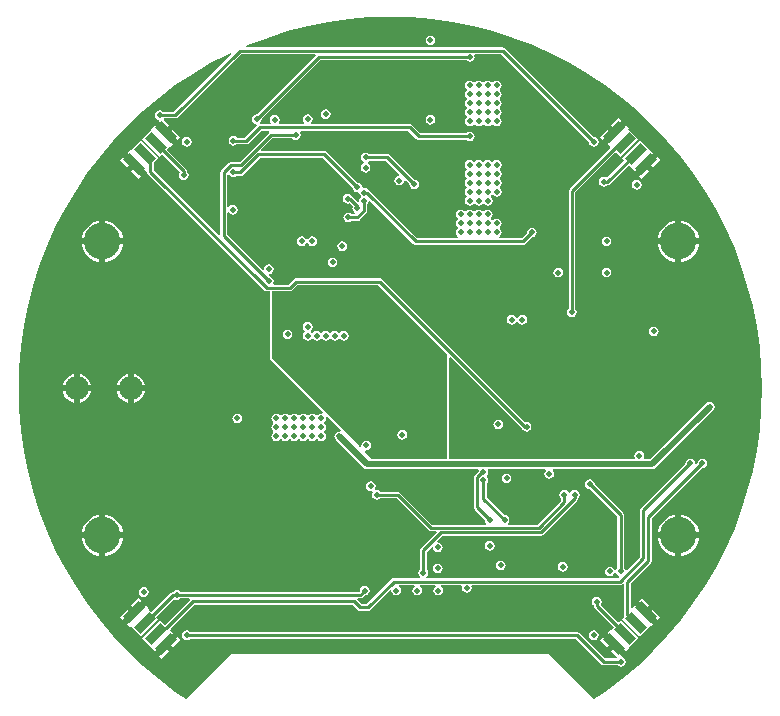
<source format=gbl>
G04 Layer_Physical_Order=4*
G04 Layer_Color=16711680*
%FSAX25Y25*%
%MOIN*%
G70*
G01*
G75*
%ADD58C,0.00900*%
%ADD59C,0.01000*%
%ADD60C,0.02000*%
%ADD63C,0.12205*%
%ADD64C,0.08000*%
%ADD65C,0.02000*%
G04:AMPARAMS|DCode=70|XSize=31.5mil|YSize=70.87mil|CornerRadius=0mil|HoleSize=0mil|Usage=FLASHONLY|Rotation=135.000|XOffset=0mil|YOffset=0mil|HoleType=Round|Shape=Rectangle|*
%AMROTATEDRECTD70*
4,1,4,0.03619,0.01392,-0.01392,-0.03619,-0.03619,-0.01392,0.01392,0.03619,0.03619,0.01392,0.0*
%
%ADD70ROTATEDRECTD70*%

G04:AMPARAMS|DCode=71|XSize=31.5mil|YSize=70.87mil|CornerRadius=0mil|HoleSize=0mil|Usage=FLASHONLY|Rotation=225.000|XOffset=0mil|YOffset=0mil|HoleType=Round|Shape=Rectangle|*
%AMROTATEDRECTD71*
4,1,4,-0.01392,0.03619,0.03619,-0.01392,0.01392,-0.03619,-0.03619,0.01392,-0.01392,0.03619,0.0*
%
%ADD71ROTATEDRECTD71*%

%ADD72C,0.00800*%
G36*
X0402947Y0437204D02*
X0409872Y0436620D01*
X0416754Y0435648D01*
X0423570Y0434292D01*
X0430300Y0432556D01*
X0436921Y0430446D01*
X0443414Y0427968D01*
X0449758Y0425129D01*
X0455932Y0421939D01*
X0461918Y0418408D01*
X0467697Y0414547D01*
X0473250Y0410368D01*
X0478559Y0405884D01*
X0483610Y0401110D01*
X0488384Y0396059D01*
X0492868Y0390750D01*
X0497047Y0385197D01*
X0500908Y0379418D01*
X0504439Y0373432D01*
X0507629Y0367258D01*
X0510467Y0360914D01*
X0512946Y0354421D01*
X0515057Y0347800D01*
X0516792Y0341070D01*
X0518148Y0334254D01*
X0519120Y0327372D01*
X0519704Y0320447D01*
X0519899Y0313500D01*
X0519704Y0306553D01*
X0519120Y0299628D01*
X0518148Y0292746D01*
X0516792Y0285930D01*
X0515057Y0279200D01*
X0512946Y0272579D01*
X0510467Y0266086D01*
X0507629Y0259742D01*
X0504439Y0253568D01*
X0500908Y0247582D01*
X0497047Y0241803D01*
X0492868Y0236250D01*
X0488384Y0230941D01*
X0483610Y0225890D01*
X0478559Y0221116D01*
X0473250Y0216632D01*
X0467697Y0212453D01*
X0464010Y0209990D01*
X0449000Y0225000D01*
X0343000Y0225000D01*
X0327990Y0209990D01*
X0324303Y0212453D01*
X0318750Y0216632D01*
X0313440Y0221116D01*
X0308390Y0225890D01*
X0303616Y0230941D01*
X0299132Y0236250D01*
X0294953Y0241803D01*
X0291092Y0247582D01*
X0287561Y0253568D01*
X0284371Y0259742D01*
X0281533Y0266086D01*
X0279054Y0272579D01*
X0276944Y0279200D01*
X0275208Y0285930D01*
X0273852Y0292746D01*
X0272880Y0299628D01*
X0272296Y0306553D01*
X0272101Y0313500D01*
X0272296Y0320447D01*
X0272880Y0327372D01*
X0273852Y0334254D01*
X0275208Y0341070D01*
X0276944Y0347800D01*
X0279054Y0354421D01*
X0281533Y0360914D01*
X0284371Y0367258D01*
X0287561Y0373432D01*
X0291092Y0379418D01*
X0294953Y0385197D01*
X0299132Y0390750D01*
X0303616Y0396059D01*
X0308390Y0401110D01*
X0313440Y0405884D01*
X0318750Y0410368D01*
X0324303Y0414547D01*
X0330082Y0418408D01*
X0336068Y0421939D01*
X0342242Y0425129D01*
X0342786Y0425372D01*
X0343070Y0424960D01*
X0323859Y0405750D01*
X0320395D01*
X0320373Y0405782D01*
X0319844Y0406135D01*
X0319220Y0406260D01*
X0318596Y0406135D01*
X0318066Y0405782D01*
X0317713Y0405253D01*
X0317588Y0404628D01*
X0317713Y0404004D01*
X0318066Y0403475D01*
X0318596Y0403121D01*
X0318742Y0403092D01*
X0318879Y0402642D01*
X0321303Y0400217D01*
X0322275Y0401190D01*
X0320458Y0403007D01*
X0320666Y0403507D01*
X0324324D01*
X0324324Y0403507D01*
X0324753Y0403592D01*
X0325117Y0403835D01*
X0346236Y0424955D01*
X0370890D01*
X0371097Y0424455D01*
X0351538Y0404895D01*
X0351500Y0404903D01*
X0350876Y0404779D01*
X0350346Y0404425D01*
X0349993Y0403896D01*
X0349869Y0403272D01*
X0349993Y0402647D01*
X0350346Y0402118D01*
X0350876Y0401764D01*
X0351391Y0401662D01*
X0351546Y0401318D01*
X0351569Y0401156D01*
X0347535Y0397122D01*
X0344903D01*
X0344882Y0397153D01*
X0344353Y0397507D01*
X0343728Y0397631D01*
X0343104Y0397507D01*
X0342575Y0397153D01*
X0342221Y0396624D01*
X0342097Y0396000D01*
X0342221Y0395376D01*
X0342575Y0394847D01*
X0343104Y0394493D01*
X0343728Y0394369D01*
X0344353Y0394493D01*
X0344882Y0394847D01*
X0344903Y0394879D01*
X0348000D01*
X0348000Y0394878D01*
X0348429Y0394964D01*
X0348793Y0395207D01*
X0352965Y0399378D01*
X0355436D01*
X0355588Y0398879D01*
X0355413Y0398762D01*
X0355413Y0398762D01*
X0345773Y0389122D01*
X0343000D01*
X0342571Y0389036D01*
X0342207Y0388793D01*
X0342207Y0388793D01*
X0339707Y0386293D01*
X0339464Y0385929D01*
X0339378Y0385500D01*
X0339378Y0385500D01*
Y0364717D01*
X0338878Y0364510D01*
X0317122Y0386266D01*
Y0388762D01*
X0318728Y0390368D01*
X0312868Y0396228D01*
X0309792Y0393152D01*
X0309429Y0392823D01*
X0309305Y0392947D01*
X0308333Y0391975D01*
X0311404Y0388904D01*
X0314633Y0385675D01*
X0314924Y0385574D01*
X0314964Y0385373D01*
X0315207Y0385009D01*
X0354009Y0346207D01*
X0354009Y0346207D01*
X0354373Y0345964D01*
X0354802Y0345878D01*
X0354802Y0345879D01*
X0355851D01*
Y0323500D01*
X0356041Y0323041D01*
X0373550Y0305532D01*
X0373304Y0305071D01*
X0373000Y0305131D01*
X0372376Y0305007D01*
X0371847Y0304654D01*
X0371750Y0304509D01*
X0371250D01*
X0371153Y0304654D01*
X0370624Y0305007D01*
X0370000Y0305131D01*
X0369376Y0305007D01*
X0368847Y0304654D01*
X0368750Y0304509D01*
X0368250D01*
X0368154Y0304654D01*
X0367624Y0305007D01*
X0367000Y0305131D01*
X0366376Y0305007D01*
X0365846Y0304654D01*
X0365750Y0304509D01*
X0365250D01*
X0365154Y0304654D01*
X0364624Y0305007D01*
X0364000Y0305131D01*
X0363376Y0305007D01*
X0362846Y0304654D01*
X0362750Y0304509D01*
X0362250D01*
X0362154Y0304654D01*
X0361624Y0305007D01*
X0361000Y0305131D01*
X0360376Y0305007D01*
X0359846Y0304654D01*
X0359750Y0304509D01*
X0359250D01*
X0359154Y0304654D01*
X0358624Y0305007D01*
X0358000Y0305131D01*
X0357376Y0305007D01*
X0356846Y0304654D01*
X0356493Y0304124D01*
X0356369Y0303500D01*
X0356493Y0302876D01*
X0356846Y0302346D01*
X0356991Y0302250D01*
Y0301750D01*
X0356846Y0301654D01*
X0356493Y0301124D01*
X0356369Y0300500D01*
X0356493Y0299876D01*
X0356846Y0299346D01*
X0356991Y0299250D01*
Y0298750D01*
X0356846Y0298654D01*
X0356493Y0298124D01*
X0356369Y0297500D01*
X0356493Y0296876D01*
X0356846Y0296346D01*
X0357376Y0295993D01*
X0358000Y0295869D01*
X0358624Y0295993D01*
X0359154Y0296346D01*
X0359250Y0296491D01*
X0359750D01*
X0359846Y0296346D01*
X0360376Y0295993D01*
X0361000Y0295869D01*
X0361624Y0295993D01*
X0362154Y0296346D01*
X0362250Y0296491D01*
X0362750D01*
X0362846Y0296346D01*
X0363376Y0295993D01*
X0364000Y0295869D01*
X0364624Y0295993D01*
X0365154Y0296346D01*
X0365250Y0296491D01*
X0365750D01*
X0365846Y0296346D01*
X0366376Y0295993D01*
X0367000Y0295869D01*
X0367624Y0295993D01*
X0368154Y0296346D01*
X0368250Y0296491D01*
X0368750D01*
X0368847Y0296346D01*
X0369376Y0295993D01*
X0370000Y0295869D01*
X0370624Y0295993D01*
X0371153Y0296346D01*
X0371250Y0296491D01*
X0371750D01*
X0371847Y0296346D01*
X0372376Y0295993D01*
X0373000Y0295869D01*
X0373624Y0295993D01*
X0374153Y0296346D01*
X0374507Y0296876D01*
X0374631Y0297500D01*
X0374507Y0298124D01*
X0374153Y0298654D01*
X0374009Y0298750D01*
Y0299250D01*
X0374153Y0299346D01*
X0374507Y0299876D01*
X0374631Y0300500D01*
X0374507Y0301124D01*
X0374153Y0301654D01*
X0374009Y0301750D01*
Y0302250D01*
X0374153Y0302346D01*
X0374507Y0302876D01*
X0374631Y0303500D01*
X0374571Y0303803D01*
X0375032Y0304050D01*
X0379550Y0299532D01*
X0379304Y0299071D01*
X0379000Y0299131D01*
X0378376Y0299007D01*
X0377847Y0298654D01*
X0377493Y0298124D01*
X0377369Y0297500D01*
X0377493Y0296876D01*
X0377847Y0296346D01*
X0387093Y0287100D01*
X0387622Y0286746D01*
X0388246Y0286622D01*
X0425295D01*
X0425531Y0286181D01*
X0425493Y0286124D01*
X0425464Y0285981D01*
X0424107Y0284623D01*
X0423864Y0284259D01*
X0423778Y0283830D01*
X0423778Y0283830D01*
Y0273919D01*
X0423778Y0273919D01*
X0423864Y0273490D01*
X0424107Y0273126D01*
X0427534Y0269699D01*
X0427526Y0269661D01*
X0427650Y0269037D01*
X0427962Y0268571D01*
X0427890Y0268306D01*
X0427758Y0268071D01*
X0409943D01*
X0399257Y0278757D01*
X0398910Y0278989D01*
X0398500Y0279071D01*
X0392709D01*
X0392653Y0279153D01*
X0392124Y0279507D01*
X0391500Y0279631D01*
X0391140Y0279560D01*
X0390839Y0280010D01*
X0391007Y0280261D01*
X0391131Y0280886D01*
X0391007Y0281510D01*
X0390653Y0282039D01*
X0390124Y0282393D01*
X0389500Y0282517D01*
X0388876Y0282393D01*
X0388347Y0282039D01*
X0387993Y0281510D01*
X0387869Y0280886D01*
X0387993Y0280261D01*
X0388347Y0279732D01*
X0388876Y0279379D01*
X0389500Y0279255D01*
X0389861Y0279326D01*
X0390161Y0278876D01*
X0389993Y0278624D01*
X0389869Y0278000D01*
X0389993Y0277376D01*
X0390347Y0276847D01*
X0390876Y0276493D01*
X0391500Y0276369D01*
X0392124Y0276493D01*
X0392653Y0276847D01*
X0392709Y0276929D01*
X0398057D01*
X0408743Y0266243D01*
X0409090Y0266011D01*
X0409500Y0265929D01*
X0411262D01*
X0411453Y0265468D01*
X0406243Y0260257D01*
X0406011Y0259910D01*
X0405929Y0259500D01*
Y0253209D01*
X0405847Y0253153D01*
X0405493Y0252624D01*
X0405369Y0252000D01*
X0405493Y0251376D01*
X0405847Y0250847D01*
X0406016Y0250733D01*
X0405864Y0250233D01*
X0397112D01*
X0397112Y0250233D01*
X0396683Y0250148D01*
X0396319Y0249905D01*
X0396319Y0249905D01*
X0388035Y0241621D01*
X0386465D01*
X0385066Y0243020D01*
X0385273Y0243520D01*
X0386027D01*
X0386027Y0243520D01*
X0386456Y0243605D01*
X0386820Y0243848D01*
X0387462Y0244490D01*
X0387500Y0244483D01*
X0388124Y0244607D01*
X0388653Y0244961D01*
X0389007Y0245490D01*
X0389131Y0246114D01*
X0389007Y0246739D01*
X0388653Y0247268D01*
X0388124Y0247621D01*
X0387500Y0247745D01*
X0386876Y0247621D01*
X0386347Y0247268D01*
X0385993Y0246739D01*
X0385869Y0246114D01*
X0385530Y0245763D01*
X0326033D01*
X0326012Y0245795D01*
X0325483Y0246149D01*
X0324859Y0246273D01*
X0324234Y0246149D01*
X0323705Y0245795D01*
X0323684Y0245763D01*
X0323606D01*
X0323606Y0245763D01*
X0323177Y0245678D01*
X0322813Y0245434D01*
X0316369Y0238991D01*
X0315659Y0239700D01*
X0315624Y0239735D01*
X0315390Y0240139D01*
X0315447Y0240195D01*
X0314475Y0241167D01*
X0311404Y0238096D01*
X0308333Y0235025D01*
X0309305Y0234053D01*
X0309362Y0234110D01*
X0309765Y0233876D01*
X0309800Y0233841D01*
X0312840Y0230800D01*
X0318700Y0236660D01*
X0317955Y0237404D01*
X0323905Y0243354D01*
X0324234Y0243134D01*
X0324859Y0243010D01*
X0325483Y0243134D01*
X0326012Y0243488D01*
X0326033Y0243520D01*
X0328979D01*
X0329186Y0243020D01*
X0320788Y0234622D01*
X0320738D01*
X0319132Y0236228D01*
X0313272Y0230368D01*
X0316341Y0227300D01*
X0316348Y0227292D01*
X0316677Y0226929D01*
X0316553Y0226805D01*
X0317525Y0225833D01*
X0320596Y0228904D01*
X0323667Y0231975D01*
X0322844Y0232798D01*
X0322695Y0232947D01*
X0322759Y0233421D01*
X0330717Y0241378D01*
X0383535D01*
X0385207Y0239707D01*
X0385207Y0239707D01*
X0385571Y0239464D01*
X0386000Y0239378D01*
X0386000Y0239378D01*
X0388500D01*
X0388500Y0239378D01*
X0388929Y0239464D01*
X0389293Y0239707D01*
X0395898Y0246312D01*
X0396246Y0246166D01*
X0396375Y0246082D01*
X0396493Y0245490D01*
X0396847Y0244961D01*
X0397376Y0244607D01*
X0398000Y0244483D01*
X0398624Y0244607D01*
X0399153Y0244961D01*
X0399507Y0245490D01*
X0399631Y0246114D01*
X0399507Y0246739D01*
X0399153Y0247268D01*
X0398820Y0247490D01*
X0398972Y0247990D01*
X0404028D01*
X0404179Y0247490D01*
X0403847Y0247268D01*
X0403493Y0246739D01*
X0403369Y0246114D01*
X0403493Y0245490D01*
X0403847Y0244961D01*
X0404376Y0244607D01*
X0405000Y0244483D01*
X0405624Y0244607D01*
X0406153Y0244961D01*
X0406507Y0245490D01*
X0406631Y0246114D01*
X0406507Y0246739D01*
X0406153Y0247268D01*
X0405821Y0247490D01*
X0405972Y0247990D01*
X0411028D01*
X0411179Y0247490D01*
X0410847Y0247268D01*
X0410493Y0246739D01*
X0410369Y0246114D01*
X0410493Y0245490D01*
X0410847Y0244961D01*
X0411376Y0244607D01*
X0412000Y0244483D01*
X0412624Y0244607D01*
X0413154Y0244961D01*
X0413507Y0245490D01*
X0413631Y0246114D01*
X0413507Y0246739D01*
X0413154Y0247268D01*
X0412820Y0247490D01*
X0412972Y0247990D01*
X0419674D01*
X0419964Y0247490D01*
X0419869Y0247012D01*
X0419993Y0246388D01*
X0420346Y0245858D01*
X0420876Y0245505D01*
X0421500Y0245380D01*
X0422124Y0245505D01*
X0422653Y0245858D01*
X0423007Y0246388D01*
X0423131Y0247012D01*
X0423036Y0247490D01*
X0423326Y0247990D01*
X0472601D01*
X0472601Y0247990D01*
X0473030Y0248076D01*
X0473378Y0248308D01*
X0473597Y0248267D01*
X0473878Y0248150D01*
Y0237980D01*
X0473878Y0237980D01*
X0473964Y0237551D01*
X0474055Y0237414D01*
X0473272Y0236632D01*
X0479132Y0230772D01*
X0482200Y0233841D01*
X0482207Y0233848D01*
X0482571Y0234177D01*
X0482695Y0234053D01*
X0483667Y0235025D01*
X0480596Y0238096D01*
X0477525Y0241167D01*
X0476622Y0240264D01*
X0476122Y0240361D01*
Y0248535D01*
X0482793Y0255207D01*
X0482793Y0255207D01*
X0483036Y0255571D01*
X0483122Y0256000D01*
Y0270035D01*
X0499962Y0286876D01*
X0500000Y0286869D01*
X0500624Y0286993D01*
X0501154Y0287347D01*
X0501507Y0287876D01*
X0501631Y0288500D01*
X0501507Y0289124D01*
X0501154Y0289653D01*
X0500624Y0290007D01*
X0500000Y0290131D01*
X0499376Y0290007D01*
X0498846Y0289653D01*
X0498493Y0289124D01*
X0498373Y0288523D01*
X0498108Y0288335D01*
X0497862Y0288420D01*
X0497619Y0288562D01*
X0497507Y0289124D01*
X0497154Y0289653D01*
X0496624Y0290007D01*
X0496000Y0290131D01*
X0495376Y0290007D01*
X0494846Y0289653D01*
X0494493Y0289124D01*
X0494369Y0288500D01*
X0494376Y0288462D01*
X0479607Y0273693D01*
X0479364Y0273329D01*
X0479278Y0272900D01*
X0479278Y0272900D01*
Y0257376D01*
X0474778Y0252875D01*
X0474299Y0253020D01*
X0474279Y0253124D01*
X0473925Y0253654D01*
X0473893Y0253675D01*
Y0271228D01*
X0473893Y0271228D01*
X0473808Y0271657D01*
X0473565Y0272021D01*
X0473565Y0272021D01*
X0464077Y0281509D01*
X0464084Y0281547D01*
X0463960Y0282172D01*
X0463606Y0282701D01*
X0463077Y0283054D01*
X0462453Y0283179D01*
X0461829Y0283054D01*
X0461299Y0282701D01*
X0460946Y0282172D01*
X0460821Y0281547D01*
X0460946Y0280923D01*
X0461299Y0280394D01*
X0461829Y0280040D01*
X0462453Y0279916D01*
X0462491Y0279923D01*
X0471650Y0270764D01*
Y0253675D01*
X0471618Y0253654D01*
X0471265Y0253124D01*
X0471255Y0253076D01*
X0470745D01*
X0470736Y0253124D01*
X0470382Y0253654D01*
X0469853Y0254007D01*
X0469228Y0254131D01*
X0468604Y0254007D01*
X0468075Y0253654D01*
X0467721Y0253124D01*
X0467597Y0252500D01*
X0467721Y0251876D01*
X0468075Y0251346D01*
X0468604Y0250993D01*
X0469228Y0250869D01*
X0469853Y0250993D01*
X0470382Y0251346D01*
X0470736Y0251876D01*
X0470745Y0251924D01*
X0471255D01*
X0471265Y0251876D01*
X0471618Y0251346D01*
X0472092Y0251030D01*
X0472217Y0250573D01*
X0472229Y0250497D01*
X0472013Y0250233D01*
X0408136D01*
X0407984Y0250733D01*
X0408153Y0250847D01*
X0408507Y0251376D01*
X0408631Y0252000D01*
X0408507Y0252624D01*
X0408153Y0253153D01*
X0408071Y0253209D01*
Y0259057D01*
X0409802Y0260788D01*
X0410263Y0260542D01*
X0410254Y0260500D01*
X0410379Y0259876D01*
X0410732Y0259347D01*
X0411262Y0258993D01*
X0411886Y0258869D01*
X0412510Y0258993D01*
X0413039Y0259347D01*
X0413393Y0259876D01*
X0413517Y0260500D01*
X0413393Y0261124D01*
X0413039Y0261653D01*
X0412510Y0262007D01*
X0411886Y0262131D01*
X0411844Y0262123D01*
X0411598Y0262584D01*
X0413444Y0264429D01*
X0446121D01*
X0446531Y0264511D01*
X0446878Y0264743D01*
X0458257Y0276122D01*
X0458257Y0276122D01*
X0458489Y0276469D01*
X0458551Y0276778D01*
X0458653Y0276847D01*
X0459007Y0277376D01*
X0459131Y0278000D01*
X0459007Y0278624D01*
X0458653Y0279153D01*
X0458124Y0279507D01*
X0457500Y0279631D01*
X0456876Y0279507D01*
X0456347Y0279153D01*
X0456011Y0278652D01*
X0455798Y0278624D01*
X0455702D01*
X0455489Y0278652D01*
X0455154Y0279153D01*
X0454624Y0279507D01*
X0454000Y0279631D01*
X0453376Y0279507D01*
X0452846Y0279153D01*
X0452493Y0278624D01*
X0452369Y0278000D01*
X0452493Y0277376D01*
X0452846Y0276847D01*
X0452929Y0276791D01*
Y0275943D01*
X0445056Y0268071D01*
X0435478D01*
X0435346Y0268306D01*
X0435274Y0268571D01*
X0435586Y0269037D01*
X0435710Y0269661D01*
X0435586Y0270286D01*
X0435232Y0270815D01*
X0434703Y0271169D01*
X0434079Y0271293D01*
X0434041Y0271285D01*
X0428122Y0277205D01*
Y0281694D01*
X0428154Y0281715D01*
X0428507Y0282244D01*
X0428631Y0282869D01*
X0428507Y0283493D01*
X0428154Y0284022D01*
Y0284347D01*
X0428507Y0284876D01*
X0428631Y0285500D01*
X0428507Y0286124D01*
X0428469Y0286181D01*
X0428705Y0286622D01*
X0447648D01*
X0447789Y0286289D01*
X0447825Y0286122D01*
X0447493Y0285624D01*
X0447369Y0285000D01*
X0447493Y0284376D01*
X0447847Y0283846D01*
X0448376Y0283493D01*
X0449000Y0283369D01*
X0449624Y0283493D01*
X0450153Y0283846D01*
X0450507Y0284376D01*
X0450631Y0285000D01*
X0450507Y0285624D01*
X0450175Y0286122D01*
X0450211Y0286289D01*
X0450352Y0286622D01*
X0483372D01*
X0483996Y0286746D01*
X0484525Y0287100D01*
X0503653Y0306228D01*
X0504007Y0306758D01*
X0504131Y0307382D01*
X0504007Y0308006D01*
X0503653Y0308535D01*
X0503124Y0308889D01*
X0502500Y0309013D01*
X0501876Y0308889D01*
X0501346Y0308535D01*
X0482696Y0289885D01*
X0480710D01*
X0480474Y0290326D01*
X0480507Y0290376D01*
X0480631Y0291000D01*
X0480507Y0291624D01*
X0480154Y0292154D01*
X0479624Y0292507D01*
X0479000Y0292631D01*
X0478376Y0292507D01*
X0477846Y0292154D01*
X0477493Y0291624D01*
X0477369Y0291000D01*
X0477493Y0290376D01*
X0477526Y0290326D01*
X0477290Y0289885D01*
X0415726D01*
X0415649Y0290000D01*
X0415649Y0323741D01*
X0416111Y0323933D01*
X0439901Y0300143D01*
X0439913Y0300080D01*
X0440267Y0299551D01*
X0440796Y0299198D01*
X0441421Y0299073D01*
X0442045Y0299198D01*
X0442574Y0299551D01*
X0442928Y0300080D01*
X0443052Y0300705D01*
X0442928Y0301329D01*
X0442574Y0301858D01*
X0442045Y0302212D01*
X0441421Y0302336D01*
X0440970Y0302246D01*
X0393323Y0349893D01*
X0392959Y0350136D01*
X0392530Y0350222D01*
X0392530Y0350221D01*
X0364630D01*
X0364630Y0350222D01*
X0364201Y0350136D01*
X0363837Y0349893D01*
X0363837Y0349893D01*
X0362066Y0348122D01*
X0357186D01*
X0356950Y0348563D01*
X0357007Y0348647D01*
X0357131Y0349272D01*
X0357007Y0349896D01*
X0356653Y0350425D01*
X0356124Y0350779D01*
X0355619Y0350879D01*
X0355462Y0351118D01*
X0355466Y0351176D01*
X0355610Y0351530D01*
X0355706Y0351638D01*
X0356124Y0351721D01*
X0356653Y0352075D01*
X0357007Y0352604D01*
X0357131Y0353228D01*
X0357007Y0353853D01*
X0356653Y0354382D01*
X0356124Y0354735D01*
X0355500Y0354860D01*
X0354876Y0354735D01*
X0354346Y0354382D01*
X0353993Y0353853D01*
X0353869Y0353228D01*
X0353877Y0353188D01*
X0353416Y0352942D01*
X0341621Y0364736D01*
Y0372031D01*
X0342122Y0372183D01*
X0342347Y0371847D01*
X0342876Y0371493D01*
X0343500Y0371369D01*
X0344124Y0371493D01*
X0344654Y0371847D01*
X0345007Y0372376D01*
X0345131Y0373000D01*
X0345007Y0373624D01*
X0344654Y0374153D01*
X0344124Y0374507D01*
X0343500Y0374631D01*
X0342876Y0374507D01*
X0342347Y0374153D01*
X0342122Y0373817D01*
X0341621Y0373969D01*
Y0384576D01*
X0341785Y0384697D01*
X0341786Y0384698D01*
X0342430Y0384563D01*
X0342575Y0384347D01*
X0343104Y0383993D01*
X0343728Y0383869D01*
X0344353Y0383993D01*
X0344882Y0384347D01*
X0344903Y0384379D01*
X0346000D01*
X0346000Y0384378D01*
X0346429Y0384464D01*
X0346793Y0384707D01*
X0352465Y0390378D01*
X0373535D01*
X0383376Y0380538D01*
X0383369Y0380500D01*
X0383493Y0379876D01*
X0383846Y0379346D01*
X0384376Y0378993D01*
X0385000Y0378869D01*
X0385180Y0378904D01*
X0385665Y0378801D01*
X0385721Y0378541D01*
X0385793Y0378176D01*
X0386147Y0377647D01*
Y0377382D01*
X0386047Y0377112D01*
X0385721Y0376624D01*
X0385597Y0376000D01*
X0385616Y0375906D01*
X0385155Y0375659D01*
X0383311Y0377503D01*
X0383050Y0377678D01*
X0382926Y0377864D01*
X0382397Y0378217D01*
X0381772Y0378342D01*
X0381148Y0378217D01*
X0380619Y0377864D01*
X0380265Y0377334D01*
X0380141Y0376710D01*
X0380265Y0376086D01*
X0380619Y0375557D01*
X0381148Y0375203D01*
X0381772Y0375079D01*
X0382397Y0375203D01*
X0382422Y0375220D01*
X0383503Y0374139D01*
X0383493Y0374124D01*
X0383369Y0373500D01*
X0383493Y0372876D01*
X0383846Y0372346D01*
X0384183Y0372122D01*
X0384031Y0371621D01*
X0383175D01*
X0383154Y0371654D01*
X0382624Y0372007D01*
X0382000Y0372131D01*
X0381376Y0372007D01*
X0380847Y0371654D01*
X0380493Y0371124D01*
X0380369Y0370500D01*
X0380493Y0369876D01*
X0380847Y0369346D01*
X0381376Y0368993D01*
X0382000Y0368869D01*
X0382624Y0368993D01*
X0383154Y0369346D01*
X0383175Y0369378D01*
X0385000D01*
X0385000Y0369378D01*
X0385429Y0369464D01*
X0385793Y0369707D01*
X0388021Y0371935D01*
X0388021Y0371935D01*
X0388264Y0372299D01*
X0388350Y0372728D01*
Y0374825D01*
X0388382Y0374847D01*
X0388736Y0375376D01*
X0388834Y0375872D01*
X0389195Y0376048D01*
X0389345Y0376069D01*
X0403707Y0361707D01*
X0403707Y0361707D01*
X0404071Y0361464D01*
X0404500Y0361379D01*
X0440228D01*
X0440228Y0361378D01*
X0440658Y0361464D01*
X0441021Y0361707D01*
X0443191Y0363876D01*
X0443228Y0363869D01*
X0443853Y0363993D01*
X0444382Y0364347D01*
X0444735Y0364876D01*
X0444860Y0365500D01*
X0444735Y0366124D01*
X0444382Y0366653D01*
X0443853Y0367007D01*
X0443228Y0367131D01*
X0442604Y0367007D01*
X0442075Y0366653D01*
X0441721Y0366124D01*
X0441597Y0365500D01*
X0441605Y0365462D01*
X0439764Y0363621D01*
X0432469D01*
X0432317Y0364122D01*
X0432654Y0364347D01*
X0433007Y0364876D01*
X0433131Y0365500D01*
X0433007Y0366124D01*
X0432654Y0366653D01*
X0432509Y0366750D01*
Y0367250D01*
X0432654Y0367347D01*
X0433007Y0367876D01*
X0433131Y0368500D01*
X0433007Y0369124D01*
X0432654Y0369654D01*
X0432124Y0370007D01*
X0431500Y0370131D01*
X0430876Y0370007D01*
X0430346Y0369654D01*
X0430250Y0369509D01*
X0429750D01*
X0429654Y0369654D01*
X0429509Y0369750D01*
Y0370250D01*
X0429654Y0370346D01*
X0430007Y0370876D01*
X0430131Y0371500D01*
X0430007Y0372124D01*
X0429654Y0372654D01*
X0429124Y0373007D01*
X0428500Y0373131D01*
X0427876Y0373007D01*
X0427347Y0372654D01*
X0427250Y0372509D01*
X0426750D01*
X0426653Y0372654D01*
X0426124Y0373007D01*
X0425500Y0373131D01*
X0424876Y0373007D01*
X0424346Y0372654D01*
X0424250Y0372509D01*
X0423750D01*
X0423654Y0372654D01*
X0423124Y0373007D01*
X0422500Y0373131D01*
X0421876Y0373007D01*
X0421347Y0372654D01*
X0421250Y0372509D01*
X0420750D01*
X0420653Y0372654D01*
X0420124Y0373007D01*
X0419500Y0373131D01*
X0418876Y0373007D01*
X0418347Y0372654D01*
X0417993Y0372124D01*
X0417869Y0371500D01*
X0417993Y0370876D01*
X0418347Y0370346D01*
X0418491Y0370250D01*
Y0369750D01*
X0418347Y0369654D01*
X0417993Y0369124D01*
X0417869Y0368500D01*
X0417993Y0367876D01*
X0418347Y0367347D01*
X0418491Y0367250D01*
Y0366750D01*
X0418347Y0366653D01*
X0417993Y0366124D01*
X0417869Y0365500D01*
X0417993Y0364876D01*
X0418347Y0364347D01*
X0418683Y0364122D01*
X0418531Y0363621D01*
X0404965D01*
X0388993Y0379593D01*
X0388629Y0379837D01*
X0388518Y0379859D01*
X0388454Y0379954D01*
X0387925Y0380308D01*
X0387300Y0380432D01*
X0387121Y0380396D01*
X0386635Y0380499D01*
X0386580Y0380759D01*
X0386507Y0381124D01*
X0386154Y0381653D01*
X0385624Y0382007D01*
X0385000Y0382131D01*
X0384962Y0382124D01*
X0374793Y0392293D01*
X0374429Y0392536D01*
X0374000Y0392622D01*
X0374000Y0392621D01*
X0353098D01*
X0352907Y0393084D01*
X0356670Y0396847D01*
X0363325D01*
X0363347Y0396815D01*
X0363876Y0396461D01*
X0364500Y0396337D01*
X0365124Y0396461D01*
X0365653Y0396815D01*
X0366007Y0397344D01*
X0366131Y0397969D01*
X0366007Y0398593D01*
X0365816Y0398879D01*
X0366084Y0399378D01*
X0402035D01*
X0404731Y0396683D01*
X0404731Y0396683D01*
X0405094Y0396440D01*
X0405524Y0396355D01*
X0421302D01*
X0421323Y0396323D01*
X0421852Y0395969D01*
X0422476Y0395845D01*
X0423101Y0395969D01*
X0423630Y0396323D01*
X0423984Y0396852D01*
X0424108Y0397476D01*
X0423984Y0398101D01*
X0423630Y0398630D01*
X0423101Y0398984D01*
X0422476Y0399108D01*
X0421852Y0398984D01*
X0421323Y0398630D01*
X0421302Y0398598D01*
X0405988D01*
X0403293Y0401293D01*
X0402929Y0401536D01*
X0402500Y0401622D01*
X0402500Y0401621D01*
X0369810D01*
X0369654Y0402118D01*
X0370007Y0402647D01*
X0370131Y0403272D01*
X0370007Y0403896D01*
X0369654Y0404425D01*
X0369124Y0404779D01*
X0368500Y0404903D01*
X0367876Y0404779D01*
X0367347Y0404425D01*
X0366993Y0403896D01*
X0366869Y0403272D01*
X0366993Y0402647D01*
X0367347Y0402118D01*
X0367190Y0401621D01*
X0359105D01*
X0358837Y0402121D01*
X0359007Y0402376D01*
X0359131Y0403000D01*
X0359007Y0403624D01*
X0358653Y0404153D01*
X0358124Y0404507D01*
X0357500Y0404631D01*
X0356876Y0404507D01*
X0356347Y0404153D01*
X0355993Y0403624D01*
X0355869Y0403000D01*
X0355993Y0402376D01*
X0356163Y0402121D01*
X0355895Y0401621D01*
X0352810D01*
X0352654Y0402118D01*
X0353007Y0402647D01*
X0353131Y0403272D01*
X0353124Y0403309D01*
X0372669Y0422855D01*
X0421302D01*
X0421323Y0422823D01*
X0421852Y0422469D01*
X0422476Y0422345D01*
X0423101Y0422469D01*
X0423630Y0422823D01*
X0423984Y0423352D01*
X0424108Y0423976D01*
X0424013Y0424455D01*
X0424302Y0424955D01*
X0433049D01*
X0462209Y0395795D01*
X0462201Y0395758D01*
X0462326Y0395133D01*
X0462679Y0394604D01*
X0463208Y0394251D01*
X0463833Y0394126D01*
X0464457Y0394251D01*
X0464986Y0394604D01*
X0465340Y0395133D01*
X0465464Y0395758D01*
X0465340Y0396382D01*
X0464986Y0396911D01*
X0464457Y0397265D01*
X0463833Y0397389D01*
X0463795Y0397382D01*
X0434307Y0426869D01*
X0433943Y0427113D01*
X0433514Y0427198D01*
X0433514Y0427198D01*
X0348063D01*
X0347959Y0427687D01*
X0348586Y0427968D01*
X0355079Y0430446D01*
X0361700Y0432556D01*
X0368430Y0434292D01*
X0375246Y0435648D01*
X0382128Y0436620D01*
X0389053Y0437204D01*
X0396000Y0437399D01*
X0402947Y0437204D01*
D02*
G37*
G36*
X0415000Y0325000D02*
X0415000Y0290000D01*
X0390000D01*
X0387552Y0292448D01*
X0387798Y0292909D01*
X0388000Y0292869D01*
X0388624Y0292993D01*
X0389154Y0293347D01*
X0389507Y0293876D01*
X0389631Y0294500D01*
X0389507Y0295124D01*
X0389154Y0295654D01*
X0388624Y0296007D01*
X0388000Y0296131D01*
X0387376Y0296007D01*
X0386846Y0295654D01*
X0386493Y0295124D01*
X0386369Y0294500D01*
X0386409Y0294298D01*
X0385948Y0294052D01*
X0356500Y0323500D01*
Y0345879D01*
X0362530D01*
X0362530Y0345878D01*
X0362959Y0345964D01*
X0363323Y0346207D01*
X0365095Y0347978D01*
X0392021D01*
X0415000Y0325000D01*
D02*
G37*
%LPC*%
G36*
X0434772Y0285131D02*
X0434147Y0285007D01*
X0433618Y0284653D01*
X0433264Y0284124D01*
X0433140Y0283500D01*
X0433264Y0282876D01*
X0433618Y0282347D01*
X0434147Y0281993D01*
X0434772Y0281869D01*
X0435396Y0281993D01*
X0435925Y0282347D01*
X0436279Y0282876D01*
X0436403Y0283500D01*
X0436279Y0284124D01*
X0435925Y0284653D01*
X0435396Y0285007D01*
X0434772Y0285131D01*
D02*
G37*
G36*
X0432000Y0303131D02*
X0431376Y0303007D01*
X0430847Y0302654D01*
X0430493Y0302124D01*
X0430369Y0301500D01*
X0430493Y0300876D01*
X0430847Y0300346D01*
X0431376Y0299993D01*
X0432000Y0299869D01*
X0432624Y0299993D01*
X0433153Y0300346D01*
X0433507Y0300876D01*
X0433631Y0301500D01*
X0433507Y0302124D01*
X0433153Y0302654D01*
X0432624Y0303007D01*
X0432000Y0303131D01*
D02*
G37*
G36*
X0301000Y0271337D02*
Y0265500D01*
X0306837D01*
X0306803Y0265853D01*
X0306408Y0267154D01*
X0305767Y0268353D01*
X0304904Y0269404D01*
X0303853Y0270267D01*
X0302654Y0270908D01*
X0301353Y0271303D01*
X0301000Y0271337D01*
D02*
G37*
G36*
X0491000D02*
X0490647Y0271303D01*
X0489346Y0270908D01*
X0488147Y0270267D01*
X0487096Y0269404D01*
X0486233Y0268353D01*
X0485592Y0267154D01*
X0485197Y0265853D01*
X0485163Y0265500D01*
X0491000D01*
Y0271337D01*
D02*
G37*
G36*
X0429157Y0262631D02*
X0428533Y0262507D01*
X0428004Y0262154D01*
X0427650Y0261624D01*
X0427526Y0261000D01*
X0427650Y0260376D01*
X0428004Y0259846D01*
X0428533Y0259493D01*
X0429157Y0259369D01*
X0429782Y0259493D01*
X0430311Y0259846D01*
X0430665Y0260376D01*
X0430789Y0261000D01*
X0430665Y0261624D01*
X0430311Y0262154D01*
X0429782Y0262507D01*
X0429157Y0262631D01*
D02*
G37*
G36*
X0493000Y0271337D02*
Y0265500D01*
X0498837D01*
X0498803Y0265853D01*
X0498408Y0267154D01*
X0497767Y0268353D01*
X0496904Y0269404D01*
X0495853Y0270267D01*
X0494654Y0270908D01*
X0493353Y0271303D01*
X0493000Y0271337D01*
D02*
G37*
G36*
X0299000D02*
X0298647Y0271303D01*
X0297346Y0270908D01*
X0296147Y0270267D01*
X0295096Y0269404D01*
X0294233Y0268353D01*
X0293592Y0267154D01*
X0293197Y0265853D01*
X0293163Y0265500D01*
X0299000D01*
Y0271337D01*
D02*
G37*
G36*
X0345000Y0305131D02*
X0344376Y0305007D01*
X0343847Y0304654D01*
X0343493Y0304124D01*
X0343369Y0303500D01*
X0343493Y0302876D01*
X0343847Y0302346D01*
X0344376Y0301993D01*
X0345000Y0301869D01*
X0345624Y0301993D01*
X0346153Y0302346D01*
X0346507Y0302876D01*
X0346631Y0303500D01*
X0346507Y0304124D01*
X0346153Y0304654D01*
X0345624Y0305007D01*
X0345000Y0305131D01*
D02*
G37*
G36*
X0292500Y0318210D02*
Y0314500D01*
X0296210D01*
X0296177Y0314753D01*
X0295693Y0315921D01*
X0294923Y0316923D01*
X0293921Y0317693D01*
X0292753Y0318177D01*
X0292500Y0318210D01*
D02*
G37*
G36*
X0290500D02*
X0290247Y0318177D01*
X0289079Y0317693D01*
X0288077Y0316923D01*
X0287307Y0315921D01*
X0286824Y0314753D01*
X0286790Y0314500D01*
X0290500D01*
Y0318210D01*
D02*
G37*
G36*
X0310500D02*
Y0314500D01*
X0314210D01*
X0314177Y0314753D01*
X0313693Y0315921D01*
X0312923Y0316923D01*
X0311921Y0317693D01*
X0310753Y0318177D01*
X0310500Y0318210D01*
D02*
G37*
G36*
X0308500D02*
X0308247Y0318177D01*
X0307079Y0317693D01*
X0306077Y0316923D01*
X0305307Y0315921D01*
X0304823Y0314753D01*
X0304790Y0314500D01*
X0308500D01*
Y0318210D01*
D02*
G37*
G36*
X0296210Y0312500D02*
X0292500D01*
Y0308790D01*
X0292753Y0308823D01*
X0293921Y0309307D01*
X0294923Y0310077D01*
X0295693Y0311079D01*
X0296177Y0312247D01*
X0296210Y0312500D01*
D02*
G37*
G36*
X0290500D02*
X0286790D01*
X0286824Y0312247D01*
X0287307Y0311079D01*
X0288077Y0310077D01*
X0289079Y0309307D01*
X0290247Y0308823D01*
X0290500Y0308790D01*
Y0312500D01*
D02*
G37*
G36*
X0314210D02*
X0310500D01*
Y0308790D01*
X0310753Y0308823D01*
X0311921Y0309307D01*
X0312923Y0310077D01*
X0313693Y0311079D01*
X0314177Y0312247D01*
X0314210Y0312500D01*
D02*
G37*
G36*
X0308500D02*
X0304790D01*
X0304823Y0312247D01*
X0305307Y0311079D01*
X0306077Y0310077D01*
X0307079Y0309307D01*
X0308247Y0308823D01*
X0308500Y0308790D01*
Y0312500D01*
D02*
G37*
G36*
X0483690Y0239775D02*
X0482718Y0238803D01*
X0485082Y0236439D01*
X0486054Y0237411D01*
X0483690Y0239775D01*
D02*
G37*
G36*
X0464859Y0243990D02*
X0464234Y0243866D01*
X0463705Y0243512D01*
X0463351Y0242983D01*
X0463227Y0242359D01*
X0463351Y0241734D01*
X0463705Y0241205D01*
X0463737Y0241184D01*
Y0241106D01*
X0463737Y0241106D01*
X0463822Y0240677D01*
X0464066Y0240313D01*
X0470509Y0233869D01*
X0469800Y0233159D01*
X0469765Y0233124D01*
X0469361Y0232890D01*
X0469305Y0232947D01*
X0468333Y0231975D01*
X0471404Y0228904D01*
X0474475Y0225833D01*
X0475447Y0226805D01*
X0475390Y0226862D01*
X0475624Y0227265D01*
X0475659Y0227300D01*
X0478700Y0230340D01*
X0472840Y0236200D01*
X0472095Y0235455D01*
X0466146Y0241405D01*
X0466366Y0241734D01*
X0466490Y0242359D01*
X0466366Y0242983D01*
X0466012Y0243512D01*
X0465483Y0243866D01*
X0464859Y0243990D01*
D02*
G37*
G36*
X0479911Y0243554D02*
X0478939Y0242582D01*
X0481303Y0240217D01*
X0482275Y0241190D01*
X0479911Y0243554D01*
D02*
G37*
G36*
X0308310Y0239775D02*
X0305946Y0237411D01*
X0306918Y0236439D01*
X0309282Y0238803D01*
X0308310Y0239775D01*
D02*
G37*
G36*
X0463871Y0232912D02*
X0463247Y0232788D01*
X0462718Y0232434D01*
X0462364Y0231905D01*
X0462240Y0231281D01*
X0462364Y0230656D01*
X0462718Y0230127D01*
X0463247Y0229773D01*
X0463871Y0229649D01*
X0464495Y0229773D01*
X0465025Y0230127D01*
X0465378Y0230656D01*
X0465503Y0231281D01*
X0465378Y0231905D01*
X0465025Y0232434D01*
X0464495Y0232788D01*
X0463871Y0232912D01*
D02*
G37*
G36*
X0321303Y0226782D02*
X0318939Y0224418D01*
X0319911Y0223446D01*
X0322275Y0225810D01*
X0321303Y0226782D01*
D02*
G37*
G36*
X0328167Y0232874D02*
X0327543Y0232749D01*
X0327014Y0232396D01*
X0326660Y0231867D01*
X0326536Y0231242D01*
X0326660Y0230618D01*
X0327014Y0230089D01*
X0327543Y0229735D01*
X0328167Y0229611D01*
X0328792Y0229735D01*
X0329321Y0230089D01*
X0329342Y0230121D01*
X0457793D01*
X0466335Y0221579D01*
X0466699Y0221336D01*
X0467128Y0221250D01*
X0467128Y0221250D01*
X0471605D01*
X0471627Y0221218D01*
X0472156Y0220865D01*
X0472780Y0220740D01*
X0473404Y0220865D01*
X0473934Y0221218D01*
X0474287Y0221747D01*
X0474411Y0222372D01*
X0474287Y0222996D01*
X0473934Y0223525D01*
X0473404Y0223879D01*
X0473258Y0223908D01*
X0473121Y0224358D01*
X0470697Y0226782D01*
X0469725Y0225810D01*
X0471542Y0223993D01*
X0471335Y0223493D01*
X0467593D01*
X0459051Y0232035D01*
X0458687Y0232278D01*
X0458258Y0232364D01*
X0458258Y0232364D01*
X0329342D01*
X0329321Y0232396D01*
X0328792Y0232749D01*
X0328167Y0232874D01*
D02*
G37*
G36*
X0325082Y0230561D02*
X0322717Y0228197D01*
X0323690Y0227225D01*
X0326054Y0229589D01*
X0325082Y0230561D01*
D02*
G37*
G36*
X0466918Y0230561D02*
X0465946Y0229589D01*
X0468310Y0227225D01*
X0469282Y0228197D01*
X0466918Y0230561D01*
D02*
G37*
G36*
X0491000Y0263500D02*
X0485163D01*
X0485197Y0263147D01*
X0485592Y0261846D01*
X0486233Y0260647D01*
X0487096Y0259596D01*
X0488147Y0258733D01*
X0489346Y0258092D01*
X0490647Y0257698D01*
X0491000Y0257663D01*
Y0263500D01*
D02*
G37*
G36*
X0299000D02*
X0293163D01*
X0293197Y0263147D01*
X0293592Y0261846D01*
X0294233Y0260647D01*
X0295096Y0259596D01*
X0296147Y0258733D01*
X0297346Y0258092D01*
X0298647Y0257698D01*
X0299000Y0257663D01*
Y0263500D01*
D02*
G37*
G36*
X0306837D02*
X0301000D01*
Y0257663D01*
X0301353Y0257698D01*
X0302654Y0258092D01*
X0303853Y0258733D01*
X0304904Y0259596D01*
X0305767Y0260647D01*
X0306408Y0261846D01*
X0306803Y0263147D01*
X0306837Y0263500D01*
D02*
G37*
G36*
X0498837D02*
X0493000D01*
Y0257663D01*
X0493353Y0257698D01*
X0494654Y0258092D01*
X0495853Y0258733D01*
X0496904Y0259596D01*
X0497767Y0260647D01*
X0498408Y0261846D01*
X0498803Y0263147D01*
X0498837Y0263500D01*
D02*
G37*
G36*
X0432886Y0256131D02*
X0432262Y0256007D01*
X0431732Y0255654D01*
X0431379Y0255124D01*
X0431254Y0254500D01*
X0431379Y0253876D01*
X0431732Y0253346D01*
X0432262Y0252993D01*
X0432886Y0252869D01*
X0433510Y0252993D01*
X0434039Y0253346D01*
X0434393Y0253876D01*
X0434517Y0254500D01*
X0434393Y0255124D01*
X0434039Y0255654D01*
X0433510Y0256007D01*
X0432886Y0256131D01*
D02*
G37*
G36*
X0313781Y0247260D02*
X0313156Y0247136D01*
X0312627Y0246782D01*
X0312274Y0246253D01*
X0312149Y0245629D01*
X0312274Y0245005D01*
X0312627Y0244475D01*
X0313156Y0244122D01*
X0313781Y0243998D01*
X0314405Y0244122D01*
X0314934Y0244475D01*
X0315288Y0245005D01*
X0315412Y0245629D01*
X0315288Y0246253D01*
X0314934Y0246782D01*
X0314405Y0247136D01*
X0313781Y0247260D01*
D02*
G37*
G36*
X0312089Y0243554D02*
X0309725Y0241190D01*
X0310697Y0240217D01*
X0313061Y0242582D01*
X0312089Y0243554D01*
D02*
G37*
G36*
X0453500Y0255631D02*
X0452876Y0255507D01*
X0452347Y0255153D01*
X0451993Y0254624D01*
X0451869Y0254000D01*
X0451993Y0253376D01*
X0452347Y0252847D01*
X0452876Y0252493D01*
X0453500Y0252369D01*
X0454124Y0252493D01*
X0454654Y0252847D01*
X0455007Y0253376D01*
X0455131Y0254000D01*
X0455007Y0254624D01*
X0454654Y0255153D01*
X0454124Y0255507D01*
X0453500Y0255631D01*
D02*
G37*
G36*
X0411886Y0255131D02*
X0411262Y0255007D01*
X0410732Y0254654D01*
X0410379Y0254124D01*
X0410254Y0253500D01*
X0410379Y0252876D01*
X0410732Y0252346D01*
X0411262Y0251993D01*
X0411886Y0251869D01*
X0412510Y0251993D01*
X0413039Y0252346D01*
X0413393Y0252876D01*
X0413517Y0253500D01*
X0413393Y0254124D01*
X0413039Y0254654D01*
X0412510Y0255007D01*
X0411886Y0255131D01*
D02*
G37*
G36*
X0306918Y0390561D02*
X0305946Y0389589D01*
X0308310Y0387225D01*
X0309282Y0388197D01*
X0306918Y0390561D01*
D02*
G37*
G36*
X0485082Y0390561D02*
X0482718Y0388197D01*
X0483690Y0387225D01*
X0486054Y0389589D01*
X0485082Y0390561D01*
D02*
G37*
G36*
X0474475Y0401167D02*
X0471404Y0398096D01*
X0468333Y0395025D01*
X0469156Y0394202D01*
X0469305Y0394053D01*
X0469241Y0393579D01*
X0455754Y0380093D01*
X0455511Y0379729D01*
X0455426Y0379300D01*
X0455426Y0379300D01*
Y0340100D01*
X0455394Y0340078D01*
X0455040Y0339549D01*
X0454916Y0338925D01*
X0455040Y0338300D01*
X0455394Y0337771D01*
X0455923Y0337417D01*
X0456547Y0337293D01*
X0457171Y0337417D01*
X0457701Y0337771D01*
X0458054Y0338300D01*
X0458179Y0338925D01*
X0458054Y0339549D01*
X0457701Y0340078D01*
X0457669Y0340100D01*
Y0378835D01*
X0471212Y0392378D01*
X0471262D01*
X0472868Y0390772D01*
X0478728Y0396632D01*
X0475659Y0399700D01*
X0475652Y0399708D01*
X0475323Y0400071D01*
X0475447Y0400195D01*
X0474475Y0401167D01*
D02*
G37*
G36*
X0431500Y0389631D02*
X0430876Y0389507D01*
X0430346Y0389154D01*
X0430250Y0389009D01*
X0429750D01*
X0429654Y0389154D01*
X0429124Y0389507D01*
X0428500Y0389631D01*
X0427876Y0389507D01*
X0427347Y0389154D01*
X0427250Y0389009D01*
X0426750D01*
X0426653Y0389154D01*
X0426124Y0389507D01*
X0425500Y0389631D01*
X0424876Y0389507D01*
X0424346Y0389154D01*
X0424250Y0389009D01*
X0423750D01*
X0423654Y0389154D01*
X0423124Y0389507D01*
X0422500Y0389631D01*
X0421876Y0389507D01*
X0421347Y0389154D01*
X0420993Y0388624D01*
X0420869Y0388000D01*
X0420993Y0387376D01*
X0421347Y0386846D01*
X0421491Y0386750D01*
Y0386250D01*
X0421347Y0386154D01*
X0420993Y0385624D01*
X0420869Y0385000D01*
X0420993Y0384376D01*
X0421347Y0383846D01*
X0421491Y0383750D01*
Y0383250D01*
X0421347Y0383154D01*
X0420993Y0382624D01*
X0420869Y0382000D01*
X0420993Y0381376D01*
X0421347Y0380847D01*
X0421491Y0380750D01*
Y0380250D01*
X0421347Y0380153D01*
X0420993Y0379624D01*
X0420869Y0379000D01*
X0420993Y0378376D01*
X0421347Y0377847D01*
X0421491Y0377750D01*
Y0377250D01*
X0421347Y0377153D01*
X0420993Y0376624D01*
X0420869Y0376000D01*
X0420993Y0375376D01*
X0421347Y0374847D01*
X0421876Y0374493D01*
X0422500Y0374369D01*
X0423124Y0374493D01*
X0423654Y0374847D01*
X0423750Y0374991D01*
X0424250D01*
X0424346Y0374847D01*
X0424876Y0374493D01*
X0425500Y0374369D01*
X0426124Y0374493D01*
X0426653Y0374847D01*
X0426750Y0374991D01*
X0427250D01*
X0427347Y0374847D01*
X0427876Y0374493D01*
X0428500Y0374369D01*
X0429124Y0374493D01*
X0429654Y0374847D01*
X0430007Y0375376D01*
X0430131Y0376000D01*
X0430007Y0376624D01*
X0429654Y0377153D01*
X0429509Y0377250D01*
Y0377750D01*
X0429654Y0377847D01*
X0429750Y0377991D01*
X0430250D01*
X0430346Y0377847D01*
X0430876Y0377493D01*
X0431500Y0377369D01*
X0432124Y0377493D01*
X0432654Y0377847D01*
X0433007Y0378376D01*
X0433131Y0379000D01*
X0433007Y0379624D01*
X0432654Y0380153D01*
X0432509Y0380250D01*
Y0380750D01*
X0432654Y0380847D01*
X0433007Y0381376D01*
X0433131Y0382000D01*
X0433007Y0382624D01*
X0432654Y0383154D01*
X0432509Y0383250D01*
Y0383750D01*
X0432654Y0383846D01*
X0433007Y0384376D01*
X0433131Y0385000D01*
X0433007Y0385624D01*
X0432654Y0386154D01*
X0432509Y0386250D01*
Y0386750D01*
X0432654Y0386846D01*
X0433007Y0387376D01*
X0433131Y0388000D01*
X0433007Y0388624D01*
X0432654Y0389154D01*
X0432124Y0389507D01*
X0431500Y0389631D01*
D02*
G37*
G36*
X0310697Y0386783D02*
X0309725Y0385810D01*
X0312089Y0383446D01*
X0313061Y0384418D01*
X0310697Y0386783D01*
D02*
G37*
G36*
X0387772Y0392131D02*
X0387147Y0392007D01*
X0386618Y0391653D01*
X0386264Y0391124D01*
X0386140Y0390500D01*
X0386264Y0389876D01*
X0386618Y0389347D01*
X0387120Y0389011D01*
X0387147Y0388798D01*
Y0388702D01*
X0387120Y0388489D01*
X0386618Y0388154D01*
X0386264Y0387624D01*
X0386140Y0387000D01*
X0386264Y0386376D01*
X0386618Y0385846D01*
X0387147Y0385493D01*
X0387772Y0385369D01*
X0388396Y0385493D01*
X0388925Y0385846D01*
X0389279Y0386376D01*
X0389403Y0387000D01*
X0389279Y0387624D01*
X0388925Y0388154D01*
X0388424Y0388489D01*
X0388396Y0388702D01*
Y0388798D01*
X0388424Y0389011D01*
X0388925Y0389347D01*
X0388947Y0389378D01*
X0394535D01*
X0399033Y0384881D01*
X0399029Y0384815D01*
X0398836Y0384370D01*
X0398376Y0384279D01*
X0397847Y0383925D01*
X0397493Y0383396D01*
X0397369Y0382772D01*
X0397493Y0382147D01*
X0397847Y0381618D01*
X0398376Y0381264D01*
X0399000Y0381140D01*
X0399624Y0381264D01*
X0400153Y0381618D01*
X0400507Y0382147D01*
X0400599Y0382608D01*
X0401044Y0382800D01*
X0401109Y0382805D01*
X0402376Y0381538D01*
X0402369Y0381500D01*
X0402493Y0380876D01*
X0402846Y0380346D01*
X0403376Y0379993D01*
X0404000Y0379869D01*
X0404624Y0379993D01*
X0405154Y0380346D01*
X0405507Y0380876D01*
X0405631Y0381500D01*
X0405507Y0382124D01*
X0405154Y0382653D01*
X0404624Y0383007D01*
X0404000Y0383131D01*
X0403962Y0383124D01*
X0395793Y0391293D01*
X0395429Y0391536D01*
X0395000Y0391622D01*
X0395000Y0391621D01*
X0388947D01*
X0388925Y0391653D01*
X0388396Y0392007D01*
X0387772Y0392131D01*
D02*
G37*
G36*
X0479160Y0396200D02*
X0473300Y0390340D01*
X0474045Y0389596D01*
X0468095Y0383646D01*
X0467766Y0383866D01*
X0467141Y0383990D01*
X0466517Y0383866D01*
X0465988Y0383512D01*
X0465634Y0382983D01*
X0465510Y0382359D01*
X0465634Y0381734D01*
X0465988Y0381205D01*
X0466517Y0380851D01*
X0467141Y0380727D01*
X0467766Y0380851D01*
X0468295Y0381205D01*
X0468316Y0381237D01*
X0468394D01*
X0468394Y0381237D01*
X0468823Y0381322D01*
X0469187Y0381565D01*
X0475631Y0388009D01*
X0476341Y0387300D01*
X0476376Y0387265D01*
X0476610Y0386861D01*
X0476553Y0386805D01*
X0477525Y0385833D01*
X0480596Y0388904D01*
X0483667Y0391975D01*
X0482695Y0392947D01*
X0482639Y0392890D01*
X0482235Y0393124D01*
X0482200Y0393159D01*
X0479160Y0396200D01*
D02*
G37*
G36*
X0481303Y0386783D02*
X0478939Y0384418D01*
X0479911Y0383446D01*
X0482275Y0385810D01*
X0481303Y0386783D01*
D02*
G37*
G36*
X0317525Y0401167D02*
X0316553Y0400195D01*
X0316610Y0400139D01*
X0316376Y0399735D01*
X0316341Y0399700D01*
X0313300Y0396660D01*
X0319160Y0390800D01*
X0319904Y0391545D01*
X0325854Y0385595D01*
X0325634Y0385266D01*
X0325510Y0384641D01*
X0325634Y0384017D01*
X0325988Y0383488D01*
X0326517Y0383134D01*
X0327141Y0383010D01*
X0327766Y0383134D01*
X0328295Y0383488D01*
X0328649Y0384017D01*
X0328773Y0384641D01*
X0328649Y0385266D01*
X0328295Y0385795D01*
X0328263Y0385816D01*
Y0385894D01*
X0328263Y0385894D01*
X0328178Y0386323D01*
X0327935Y0386687D01*
X0321491Y0393131D01*
X0322200Y0393841D01*
X0322235Y0393876D01*
X0322639Y0394110D01*
X0322695Y0394053D01*
X0323667Y0395025D01*
X0320596Y0398096D01*
X0317525Y0401167D01*
D02*
G37*
G36*
X0374542Y0406589D02*
X0373918Y0406465D01*
X0373389Y0406111D01*
X0373035Y0405582D01*
X0372911Y0404957D01*
X0373035Y0404333D01*
X0373389Y0403804D01*
X0373918Y0403450D01*
X0374542Y0403326D01*
X0375167Y0403450D01*
X0375696Y0403804D01*
X0376050Y0404333D01*
X0376174Y0404957D01*
X0376050Y0405582D01*
X0375696Y0406111D01*
X0375167Y0406465D01*
X0374542Y0406589D01*
D02*
G37*
G36*
X0409386Y0404631D02*
X0408762Y0404507D01*
X0408232Y0404153D01*
X0407879Y0403624D01*
X0407755Y0403000D01*
X0407879Y0402376D01*
X0408232Y0401847D01*
X0408762Y0401493D01*
X0409386Y0401369D01*
X0410010Y0401493D01*
X0410539Y0401847D01*
X0410893Y0402376D01*
X0411017Y0403000D01*
X0410893Y0403624D01*
X0410539Y0404153D01*
X0410010Y0404507D01*
X0409386Y0404631D01*
D02*
G37*
G36*
Y0431131D02*
X0408762Y0431007D01*
X0408232Y0430653D01*
X0407879Y0430124D01*
X0407755Y0429500D01*
X0407879Y0428876D01*
X0408232Y0428346D01*
X0408762Y0427993D01*
X0409386Y0427869D01*
X0410010Y0427993D01*
X0410539Y0428346D01*
X0410893Y0428876D01*
X0411017Y0429500D01*
X0410893Y0430124D01*
X0410539Y0430653D01*
X0410010Y0431007D01*
X0409386Y0431131D01*
D02*
G37*
G36*
X0431500Y0416131D02*
X0430876Y0416007D01*
X0430346Y0415654D01*
X0430250Y0415509D01*
X0429750D01*
X0429654Y0415654D01*
X0429124Y0416007D01*
X0428500Y0416131D01*
X0427876Y0416007D01*
X0427347Y0415654D01*
X0427250Y0415509D01*
X0426750D01*
X0426653Y0415654D01*
X0426124Y0416007D01*
X0425500Y0416131D01*
X0424876Y0416007D01*
X0424346Y0415654D01*
X0424250Y0415509D01*
X0423750D01*
X0423654Y0415654D01*
X0423124Y0416007D01*
X0422500Y0416131D01*
X0421876Y0416007D01*
X0421347Y0415654D01*
X0420993Y0415124D01*
X0420869Y0414500D01*
X0420993Y0413876D01*
X0421347Y0413346D01*
X0421491Y0413250D01*
Y0412750D01*
X0421347Y0412653D01*
X0420993Y0412124D01*
X0420869Y0411500D01*
X0420993Y0410876D01*
X0421347Y0410347D01*
X0421491Y0410250D01*
Y0409750D01*
X0421347Y0409654D01*
X0420993Y0409124D01*
X0420869Y0408500D01*
X0420993Y0407876D01*
X0421347Y0407346D01*
X0421491Y0407250D01*
Y0406750D01*
X0421347Y0406653D01*
X0420993Y0406124D01*
X0420869Y0405500D01*
X0420993Y0404876D01*
X0421347Y0404347D01*
X0421491Y0404250D01*
Y0403750D01*
X0421347Y0403653D01*
X0420993Y0403124D01*
X0420869Y0402500D01*
X0420993Y0401876D01*
X0421347Y0401346D01*
X0421876Y0400993D01*
X0422500Y0400869D01*
X0423124Y0400993D01*
X0423654Y0401346D01*
X0423750Y0401491D01*
X0424250D01*
X0424346Y0401346D01*
X0424876Y0400993D01*
X0425500Y0400869D01*
X0426124Y0400993D01*
X0426653Y0401346D01*
X0426750Y0401491D01*
X0427250D01*
X0427347Y0401346D01*
X0427876Y0400993D01*
X0428500Y0400869D01*
X0429124Y0400993D01*
X0429654Y0401346D01*
X0429750Y0401491D01*
X0430250D01*
X0430346Y0401346D01*
X0430876Y0400993D01*
X0431500Y0400869D01*
X0432124Y0400993D01*
X0432654Y0401346D01*
X0433007Y0401876D01*
X0433131Y0402500D01*
X0433007Y0403124D01*
X0432654Y0403653D01*
X0432509Y0403750D01*
Y0404250D01*
X0432654Y0404347D01*
X0433007Y0404876D01*
X0433131Y0405500D01*
X0433007Y0406124D01*
X0432654Y0406653D01*
X0432509Y0406750D01*
Y0407250D01*
X0432654Y0407346D01*
X0433007Y0407876D01*
X0433131Y0408500D01*
X0433007Y0409124D01*
X0432654Y0409654D01*
X0432509Y0409750D01*
Y0410250D01*
X0432654Y0410347D01*
X0433007Y0410876D01*
X0433131Y0411500D01*
X0433007Y0412124D01*
X0432654Y0412653D01*
X0432509Y0412750D01*
Y0413250D01*
X0432654Y0413346D01*
X0433007Y0413876D01*
X0433131Y0414500D01*
X0433007Y0415124D01*
X0432654Y0415654D01*
X0432124Y0416007D01*
X0431500Y0416131D01*
D02*
G37*
G36*
X0323690Y0399775D02*
X0322717Y0398803D01*
X0325082Y0396439D01*
X0326054Y0397411D01*
X0323690Y0399775D01*
D02*
G37*
G36*
X0328129Y0397351D02*
X0327505Y0397227D01*
X0326975Y0396873D01*
X0326622Y0396344D01*
X0326498Y0395719D01*
X0326622Y0395095D01*
X0326975Y0394566D01*
X0327505Y0394212D01*
X0328129Y0394088D01*
X0328753Y0394212D01*
X0329282Y0394566D01*
X0329636Y0395095D01*
X0329760Y0395719D01*
X0329636Y0396344D01*
X0329282Y0396873D01*
X0328753Y0397227D01*
X0328129Y0397351D01*
D02*
G37*
G36*
X0472089Y0403554D02*
X0469725Y0401190D01*
X0470697Y0400217D01*
X0473061Y0402582D01*
X0472089Y0403554D01*
D02*
G37*
G36*
X0468310Y0399775D02*
X0465946Y0397411D01*
X0466918Y0396439D01*
X0469282Y0398803D01*
X0468310Y0399775D01*
D02*
G37*
G36*
X0478219Y0383002D02*
X0477595Y0382878D01*
X0477066Y0382525D01*
X0476712Y0381995D01*
X0476588Y0381371D01*
X0476712Y0380747D01*
X0477066Y0380218D01*
X0477595Y0379864D01*
X0478219Y0379740D01*
X0478844Y0379864D01*
X0479373Y0380218D01*
X0479727Y0380747D01*
X0479851Y0381371D01*
X0479727Y0381995D01*
X0479373Y0382525D01*
X0478844Y0382878D01*
X0478219Y0383002D01*
D02*
G37*
G36*
X0376772Y0357131D02*
X0376147Y0357007D01*
X0375618Y0356653D01*
X0375265Y0356124D01*
X0375140Y0355500D01*
X0375265Y0354876D01*
X0375618Y0354346D01*
X0376147Y0353993D01*
X0376772Y0353869D01*
X0377396Y0353993D01*
X0377925Y0354346D01*
X0378279Y0354876D01*
X0378403Y0355500D01*
X0378279Y0356124D01*
X0377925Y0356653D01*
X0377396Y0357007D01*
X0376772Y0357131D01*
D02*
G37*
G36*
X0468071Y0353765D02*
X0467447Y0353641D01*
X0466917Y0353287D01*
X0466564Y0352758D01*
X0466439Y0352134D01*
X0466564Y0351510D01*
X0466917Y0350980D01*
X0467447Y0350627D01*
X0468071Y0350502D01*
X0468695Y0350627D01*
X0469224Y0350980D01*
X0469578Y0351510D01*
X0469702Y0352134D01*
X0469578Y0352758D01*
X0469224Y0353287D01*
X0468695Y0353641D01*
X0468071Y0353765D01*
D02*
G37*
G36*
X0491000Y0361500D02*
X0485163D01*
X0485197Y0361147D01*
X0485592Y0359846D01*
X0486233Y0358647D01*
X0487096Y0357596D01*
X0488147Y0356733D01*
X0489346Y0356092D01*
X0490647Y0355697D01*
X0491000Y0355663D01*
Y0361500D01*
D02*
G37*
G36*
X0299000D02*
X0293163D01*
X0293197Y0361147D01*
X0293592Y0359846D01*
X0294233Y0358647D01*
X0295096Y0357596D01*
X0296147Y0356733D01*
X0297346Y0356092D01*
X0298647Y0355697D01*
X0299000Y0355663D01*
Y0361500D01*
D02*
G37*
G36*
X0483886Y0334131D02*
X0483261Y0334007D01*
X0482732Y0333653D01*
X0482379Y0333124D01*
X0482255Y0332500D01*
X0482379Y0331876D01*
X0482732Y0331347D01*
X0483261Y0330993D01*
X0483886Y0330869D01*
X0484510Y0330993D01*
X0485039Y0331347D01*
X0485393Y0331876D01*
X0485517Y0332500D01*
X0485393Y0333124D01*
X0485039Y0333653D01*
X0484510Y0334007D01*
X0483886Y0334131D01*
D02*
G37*
G36*
X0451929Y0353765D02*
X0451305Y0353641D01*
X0450776Y0353287D01*
X0450422Y0352758D01*
X0450298Y0352134D01*
X0450422Y0351510D01*
X0450776Y0350980D01*
X0451305Y0350627D01*
X0451929Y0350502D01*
X0452553Y0350627D01*
X0453083Y0350980D01*
X0453436Y0351510D01*
X0453560Y0352134D01*
X0453436Y0352758D01*
X0453083Y0353287D01*
X0452553Y0353641D01*
X0451929Y0353765D01*
D02*
G37*
G36*
X0440000Y0338017D02*
X0439376Y0337893D01*
X0438846Y0337539D01*
X0438511Y0337038D01*
X0438298Y0337010D01*
X0438202D01*
X0437989Y0337038D01*
X0437653Y0337539D01*
X0437124Y0337893D01*
X0436500Y0338017D01*
X0435876Y0337893D01*
X0435347Y0337539D01*
X0434993Y0337010D01*
X0434869Y0336386D01*
X0434993Y0335761D01*
X0435347Y0335232D01*
X0435876Y0334879D01*
X0436500Y0334754D01*
X0437124Y0334879D01*
X0437653Y0335232D01*
X0437989Y0335734D01*
X0438202Y0335761D01*
X0438298D01*
X0438511Y0335734D01*
X0438846Y0335232D01*
X0439376Y0334879D01*
X0440000Y0334754D01*
X0440624Y0334879D01*
X0441153Y0335232D01*
X0441507Y0335761D01*
X0441631Y0336386D01*
X0441507Y0337010D01*
X0441153Y0337539D01*
X0440624Y0337893D01*
X0440000Y0338017D01*
D02*
G37*
G36*
X0306837Y0361500D02*
X0301000D01*
Y0355663D01*
X0301353Y0355697D01*
X0302654Y0356092D01*
X0303853Y0356733D01*
X0304904Y0357596D01*
X0305767Y0358647D01*
X0306408Y0359846D01*
X0306803Y0361147D01*
X0306837Y0361500D01*
D02*
G37*
G36*
X0491000Y0369337D02*
X0490647Y0369303D01*
X0489346Y0368908D01*
X0488147Y0368267D01*
X0487096Y0367404D01*
X0486233Y0366353D01*
X0485592Y0365154D01*
X0485197Y0363853D01*
X0485163Y0363500D01*
X0491000D01*
Y0369337D01*
D02*
G37*
G36*
X0299000D02*
X0298647Y0369303D01*
X0297346Y0368908D01*
X0296147Y0368267D01*
X0295096Y0367404D01*
X0294233Y0366353D01*
X0293592Y0365154D01*
X0293197Y0363853D01*
X0293163Y0363500D01*
X0299000D01*
Y0369337D01*
D02*
G37*
G36*
X0493000D02*
Y0363500D01*
X0498837D01*
X0498803Y0363853D01*
X0498408Y0365154D01*
X0497767Y0366353D01*
X0496904Y0367404D01*
X0495853Y0368267D01*
X0494654Y0368908D01*
X0493353Y0369303D01*
X0493000Y0369337D01*
D02*
G37*
G36*
X0301000D02*
Y0363500D01*
X0306837D01*
X0306803Y0363853D01*
X0306408Y0365154D01*
X0305767Y0366353D01*
X0304904Y0367404D01*
X0303853Y0368267D01*
X0302654Y0368908D01*
X0301353Y0369303D01*
X0301000Y0369337D01*
D02*
G37*
G36*
X0380000Y0362517D02*
X0379376Y0362393D01*
X0378847Y0362039D01*
X0378493Y0361510D01*
X0378369Y0360886D01*
X0378493Y0360262D01*
X0378847Y0359732D01*
X0379376Y0359379D01*
X0380000Y0359255D01*
X0380624Y0359379D01*
X0381153Y0359732D01*
X0381507Y0360262D01*
X0381631Y0360886D01*
X0381507Y0361510D01*
X0381153Y0362039D01*
X0380624Y0362393D01*
X0380000Y0362517D01*
D02*
G37*
G36*
X0498837Y0361500D02*
X0493000D01*
Y0355663D01*
X0493353Y0355697D01*
X0494654Y0356092D01*
X0495853Y0356733D01*
X0496904Y0357596D01*
X0497767Y0358647D01*
X0498408Y0359846D01*
X0498803Y0361147D01*
X0498837Y0361500D01*
D02*
G37*
G36*
X0370000Y0364246D02*
X0369376Y0364121D01*
X0368847Y0363768D01*
X0368511Y0363266D01*
X0368298Y0363239D01*
X0368202D01*
X0367989Y0363266D01*
X0367653Y0363768D01*
X0367124Y0364121D01*
X0366500Y0364246D01*
X0365876Y0364121D01*
X0365347Y0363768D01*
X0364993Y0363239D01*
X0364869Y0362614D01*
X0364993Y0361990D01*
X0365347Y0361461D01*
X0365876Y0361107D01*
X0366500Y0360983D01*
X0367124Y0361107D01*
X0367653Y0361461D01*
X0367989Y0361962D01*
X0368202Y0361990D01*
X0368298D01*
X0368511Y0361962D01*
X0368847Y0361461D01*
X0369376Y0361107D01*
X0370000Y0360983D01*
X0370624Y0361107D01*
X0371153Y0361461D01*
X0371507Y0361990D01*
X0371631Y0362614D01*
X0371507Y0363239D01*
X0371153Y0363768D01*
X0370624Y0364121D01*
X0370000Y0364246D01*
D02*
G37*
G36*
X0468071Y0364131D02*
X0467447Y0364007D01*
X0466917Y0363653D01*
X0466564Y0363124D01*
X0466439Y0362500D01*
X0466564Y0361876D01*
X0466917Y0361347D01*
X0467447Y0360993D01*
X0468071Y0360869D01*
X0468695Y0360993D01*
X0469224Y0361347D01*
X0469578Y0361876D01*
X0469702Y0362500D01*
X0469578Y0363124D01*
X0469224Y0363653D01*
X0468695Y0364007D01*
X0468071Y0364131D01*
D02*
G37*
G36*
X0400000Y0299631D02*
X0399376Y0299507D01*
X0398847Y0299153D01*
X0398493Y0298624D01*
X0398369Y0298000D01*
X0398493Y0297376D01*
X0398847Y0296847D01*
X0399376Y0296493D01*
X0400000Y0296369D01*
X0400624Y0296493D01*
X0401154Y0296847D01*
X0401507Y0297376D01*
X0401631Y0298000D01*
X0401507Y0298624D01*
X0401154Y0299153D01*
X0400624Y0299507D01*
X0400000Y0299631D01*
D02*
G37*
G36*
X0368500Y0335631D02*
X0367876Y0335507D01*
X0367347Y0335154D01*
X0366993Y0334624D01*
X0366869Y0334000D01*
X0366993Y0333376D01*
X0367347Y0332846D01*
X0367491Y0332750D01*
Y0332250D01*
X0367347Y0332154D01*
X0366993Y0331624D01*
X0366869Y0331000D01*
X0366993Y0330376D01*
X0367347Y0329847D01*
X0367876Y0329493D01*
X0368500Y0329369D01*
X0369124Y0329493D01*
X0369654Y0329847D01*
X0369750Y0329991D01*
X0370250D01*
X0370346Y0329847D01*
X0370876Y0329493D01*
X0371500Y0329369D01*
X0372124Y0329493D01*
X0372654Y0329847D01*
X0372750Y0329991D01*
X0373250D01*
X0373346Y0329847D01*
X0373876Y0329493D01*
X0374500Y0329369D01*
X0375124Y0329493D01*
X0375654Y0329847D01*
X0375750Y0329991D01*
X0376250D01*
X0376346Y0329847D01*
X0376876Y0329493D01*
X0377500Y0329369D01*
X0378124Y0329493D01*
X0378654Y0329847D01*
X0378750Y0329991D01*
X0379250D01*
X0379346Y0329847D01*
X0379876Y0329493D01*
X0380500Y0329369D01*
X0381124Y0329493D01*
X0381653Y0329847D01*
X0382007Y0330376D01*
X0382131Y0331000D01*
X0382007Y0331624D01*
X0381653Y0332154D01*
X0381124Y0332507D01*
X0380500Y0332631D01*
X0379876Y0332507D01*
X0379346Y0332154D01*
X0379250Y0332009D01*
X0378750D01*
X0378654Y0332154D01*
X0378124Y0332507D01*
X0377500Y0332631D01*
X0376876Y0332507D01*
X0376346Y0332154D01*
X0376250Y0332009D01*
X0375750D01*
X0375654Y0332154D01*
X0375124Y0332507D01*
X0374500Y0332631D01*
X0373876Y0332507D01*
X0373346Y0332154D01*
X0373250Y0332009D01*
X0372750D01*
X0372654Y0332154D01*
X0372124Y0332507D01*
X0371500Y0332631D01*
X0370876Y0332507D01*
X0370346Y0332154D01*
X0370250Y0332009D01*
X0369750D01*
X0369654Y0332154D01*
X0369509Y0332250D01*
Y0332750D01*
X0369654Y0332846D01*
X0370007Y0333376D01*
X0370131Y0334000D01*
X0370007Y0334624D01*
X0369654Y0335154D01*
X0369124Y0335507D01*
X0368500Y0335631D01*
D02*
G37*
G36*
X0361772Y0333131D02*
X0361147Y0333007D01*
X0360618Y0332653D01*
X0360264Y0332124D01*
X0360140Y0331500D01*
X0360264Y0330876D01*
X0360618Y0330346D01*
X0361147Y0329993D01*
X0361772Y0329869D01*
X0362396Y0329993D01*
X0362925Y0330346D01*
X0363279Y0330876D01*
X0363403Y0331500D01*
X0363279Y0332124D01*
X0362925Y0332653D01*
X0362396Y0333007D01*
X0361772Y0333131D01*
D02*
G37*
%LPD*%
D58*
X0457500Y0276879D02*
Y0278000D01*
X0446121Y0265500D02*
X0457500Y0276879D01*
X0407000Y0259500D02*
X0413000Y0265500D01*
X0407000Y0252000D02*
Y0259500D01*
X0413000Y0265500D02*
X0446121D01*
X0409500Y0267000D02*
X0445500D01*
X0398500Y0278000D02*
X0409500Y0267000D01*
X0391500Y0278000D02*
X0398500D01*
X0445500Y0267000D02*
X0454000Y0275500D01*
Y0278000D01*
D59*
X0340500Y0364272D02*
X0355500Y0349272D01*
X0392530Y0349100D02*
X0440925Y0300705D01*
X0316000Y0385802D02*
X0354802Y0347000D01*
X0362530D01*
X0316000Y0385802D02*
Y0390020D01*
X0364630Y0349100D02*
X0392530D01*
X0362530Y0347000D02*
X0364630Y0349100D01*
X0388500Y0240500D02*
X0397112Y0249112D01*
X0386000Y0240500D02*
X0388500D01*
X0384000Y0242500D02*
X0386000Y0240500D01*
X0472601Y0249112D02*
X0480400Y0256911D01*
X0397112Y0249112D02*
X0472601D01*
X0372205Y0423976D02*
X0422476D01*
X0345772Y0426076D02*
X0433514D01*
X0314260Y0391760D02*
X0316000Y0390020D01*
X0440925Y0300705D02*
X0441421D01*
X0482000Y0270500D02*
X0500000Y0288500D01*
X0482000Y0256000D02*
Y0270500D01*
X0475000Y0249000D02*
X0482000Y0256000D01*
X0480400Y0272900D02*
X0496000Y0288500D01*
X0480400Y0256911D02*
Y0272900D01*
X0475000Y0237980D02*
Y0249000D01*
X0321253Y0233500D02*
X0330253Y0242500D01*
X0319480Y0233500D02*
X0321253D01*
X0317740Y0231760D02*
X0319480Y0233500D01*
X0330253Y0242500D02*
X0384000D01*
X0456547Y0379300D02*
X0470747Y0393500D01*
X0456547Y0338925D02*
Y0379300D01*
X0475000Y0237980D02*
X0477740Y0235240D01*
X0470747Y0393500D02*
X0472520D01*
X0474260Y0395240D01*
X0317768Y0395268D02*
X0327141Y0385894D01*
Y0384641D02*
Y0385894D01*
X0314232Y0235268D02*
X0323606Y0244641D01*
X0324859D01*
X0386027D02*
X0387500Y0246114D01*
X0324859Y0244641D02*
X0386027D01*
X0464859Y0241106D02*
X0474232Y0231732D01*
X0464859Y0241106D02*
Y0242359D01*
X0468394Y0382359D02*
X0477768Y0391732D01*
X0467141Y0382359D02*
X0468394D01*
X0319220Y0404628D02*
X0324324D01*
X0345772Y0426076D01*
X0433514D02*
X0463833Y0395758D01*
X0351500Y0403272D02*
X0372205Y0423976D01*
X0346237Y0388000D02*
X0356206Y0397969D01*
X0343000Y0388000D02*
X0346237D01*
X0340500Y0385500D02*
X0343000Y0388000D01*
X0356206Y0397969D02*
X0364500D01*
X0352000Y0391500D02*
X0374000D01*
X0346000Y0385500D02*
X0352000Y0391500D01*
X0343728Y0385500D02*
X0346000D01*
X0340500Y0364272D02*
Y0385500D01*
X0426570Y0285500D02*
X0427000D01*
Y0276740D02*
X0434079Y0269661D01*
X0427000Y0276740D02*
Y0282869D01*
X0424900Y0273919D02*
X0429157Y0269661D01*
X0424900Y0273919D02*
Y0283830D01*
X0352500Y0400500D02*
X0402500D01*
X0348000Y0396000D02*
X0352500Y0400500D01*
X0343728Y0396000D02*
X0348000D01*
X0402500Y0400500D02*
X0405524Y0397476D01*
X0422476D01*
X0404500Y0362500D02*
X0440228D01*
X0388200Y0378800D02*
X0404500Y0362500D01*
X0387300Y0378800D02*
X0388200D01*
X0387772Y0390500D02*
X0395000D01*
X0467128Y0222372D02*
X0472780D01*
X0458258Y0231242D02*
X0467128Y0222372D01*
X0328167Y0231242D02*
X0458258D01*
X0462453Y0281547D02*
X0472772Y0271228D01*
Y0252500D02*
Y0271228D01*
X0395000Y0390500D02*
X0404000Y0381500D01*
X0424900Y0283830D02*
X0426570Y0285500D01*
X0374000Y0391500D02*
X0385000Y0380500D01*
X0440228Y0362500D02*
X0443228Y0365500D01*
X0381772Y0376710D02*
X0382518D01*
X0385228Y0374000D01*
X0385000Y0373500D02*
Y0373772D01*
X0387228Y0372728D02*
Y0376000D01*
X0385000Y0370500D02*
X0387228Y0372728D01*
X0382000Y0370500D02*
X0385000D01*
Y0373772D02*
X0385228Y0374000D01*
D60*
X0483372Y0288253D02*
X0502500Y0307382D01*
X0388246Y0288253D02*
X0483372D01*
X0379000Y0297500D02*
X0388246Y0288253D01*
D63*
X0300000Y0264500D02*
D03*
X0492000D02*
D03*
Y0362500D02*
D03*
X0300000D02*
D03*
D64*
X0309500Y0313500D02*
D03*
X0291500D02*
D03*
D65*
X0431500Y0402500D02*
D03*
X0468071Y0362500D02*
D03*
X0379000Y0276386D02*
D03*
X0375150Y0275441D02*
D03*
X0368500Y0334000D02*
D03*
Y0331000D02*
D03*
X0380500D02*
D03*
X0287000Y0289500D02*
D03*
X0290000D02*
D03*
X0293000D02*
D03*
X0296000D02*
D03*
X0287000Y0292500D02*
D03*
X0290000D02*
D03*
X0293000D02*
D03*
X0296000D02*
D03*
X0287000Y0295500D02*
D03*
X0290000D02*
D03*
X0293000D02*
D03*
X0296000D02*
D03*
X0287000Y0286500D02*
D03*
X0290000D02*
D03*
X0293000D02*
D03*
X0296000D02*
D03*
X0345000Y0303500D02*
D03*
X0345500Y0294500D02*
D03*
X0354500D02*
D03*
X0351500D02*
D03*
X0348500D02*
D03*
X0345500Y0297500D02*
D03*
Y0300500D02*
D03*
X0380000Y0396000D02*
D03*
X0339000Y0333500D02*
D03*
X0344000Y0351500D02*
D03*
X0355500Y0353228D02*
D03*
X0374500Y0343500D02*
D03*
X0365500Y0346500D02*
D03*
Y0343500D02*
D03*
Y0340500D02*
D03*
Y0337500D02*
D03*
X0374500Y0346500D02*
D03*
Y0340250D02*
D03*
Y0337500D02*
D03*
X0371500Y0346500D02*
D03*
X0368500D02*
D03*
X0371500Y0343500D02*
D03*
X0368500D02*
D03*
Y0340500D02*
D03*
X0371500D02*
D03*
Y0337500D02*
D03*
X0368500D02*
D03*
X0399000Y0360500D02*
D03*
X0463000Y0362500D02*
D03*
X0462500Y0264000D02*
D03*
X0328500Y0367000D02*
D03*
X0340500Y0258000D02*
D03*
X0425500Y0408500D02*
D03*
X0422476Y0423976D02*
D03*
X0441421Y0300705D02*
D03*
X0456547Y0338925D02*
D03*
X0310697Y0388197D02*
D03*
X0321303Y0398803D02*
D03*
X0470697D02*
D03*
X0481303Y0388197D02*
D03*
Y0238803D02*
D03*
X0470697Y0228197D02*
D03*
X0310697Y0238803D02*
D03*
X0321303Y0228197D02*
D03*
X0496000Y0288500D02*
D03*
X0500000D02*
D03*
X0502500Y0307382D02*
D03*
X0447000Y0397000D02*
D03*
X0333000Y0405000D02*
D03*
X0382000Y0412500D02*
D03*
X0327141Y0384641D02*
D03*
X0343500Y0373000D02*
D03*
X0324859Y0244641D02*
D03*
X0378000Y0239500D02*
D03*
X0381500D02*
D03*
X0324859Y0382359D02*
D03*
X0327141Y0242359D02*
D03*
X0464859Y0384641D02*
D03*
X0467141Y0244641D02*
D03*
X0464859Y0242359D02*
D03*
X0453500Y0254000D02*
D03*
X0467141Y0382359D02*
D03*
X0441500Y0295500D02*
D03*
X0388000Y0294500D02*
D03*
X0410500Y0233500D02*
D03*
Y0236500D02*
D03*
Y0239500D02*
D03*
Y0227500D02*
D03*
X0414000Y0233500D02*
D03*
Y0236500D02*
D03*
Y0227500D02*
D03*
Y0239500D02*
D03*
X0378000Y0227500D02*
D03*
Y0233500D02*
D03*
Y0236500D02*
D03*
X0381500Y0227500D02*
D03*
Y0233500D02*
D03*
Y0236500D02*
D03*
X0372886Y0267000D02*
D03*
X0366000D02*
D03*
X0409386Y0429500D02*
D03*
Y0403000D02*
D03*
X0361772Y0331500D02*
D03*
X0453500Y0371000D02*
D03*
X0463000Y0371386D02*
D03*
X0407000Y0252000D02*
D03*
X0457500Y0278000D02*
D03*
X0472500Y0347272D02*
D03*
X0468071Y0352134D02*
D03*
X0451929D02*
D03*
X0364500Y0397969D02*
D03*
X0355500Y0349272D02*
D03*
X0351000Y0337500D02*
D03*
X0339000D02*
D03*
X0376614Y0359000D02*
D03*
Y0362500D02*
D03*
X0376772Y0355500D02*
D03*
X0343728Y0385500D02*
D03*
X0363000Y0408886D02*
D03*
X0367000Y0408728D02*
D03*
X0454000Y0278000D02*
D03*
X0389500Y0284114D02*
D03*
X0386000D02*
D03*
X0391500Y0278000D02*
D03*
X0427000Y0285500D02*
D03*
X0426886Y0337500D02*
D03*
X0446000Y0285000D02*
D03*
X0422500Y0295500D02*
D03*
X0432000D02*
D03*
X0436500Y0339614D02*
D03*
X0440000D02*
D03*
X0487114Y0331000D02*
D03*
X0477500Y0283000D02*
D03*
X0368850Y0280559D02*
D03*
X0365000Y0279614D02*
D03*
X0400000Y0298000D02*
D03*
X0422476Y0397476D02*
D03*
X0343728Y0396000D02*
D03*
X0351500Y0403272D02*
D03*
X0399000Y0382772D02*
D03*
X0390772Y0372000D02*
D03*
X0399000Y0371886D02*
D03*
X0383500Y0360886D02*
D03*
X0366500Y0359386D02*
D03*
X0380000Y0360886D02*
D03*
X0366500Y0362614D02*
D03*
X0370000D02*
D03*
X0446614Y0362000D02*
D03*
X0411850Y0332750D02*
D03*
X0417866Y0295429D02*
D03*
X0463833Y0395758D02*
D03*
X0319220Y0404628D02*
D03*
X0472780Y0222372D02*
D03*
X0328167Y0231242D02*
D03*
X0472742Y0404667D02*
D03*
X0478219Y0381371D02*
D03*
X0304833Y0390242D02*
D03*
X0328129Y0395719D02*
D03*
X0319258Y0222333D02*
D03*
X0313781Y0245629D02*
D03*
X0487167Y0236758D02*
D03*
X0472772Y0252500D02*
D03*
X0462453Y0281547D02*
D03*
X0463871Y0231281D02*
D03*
X0469228Y0252500D02*
D03*
X0432000Y0301500D02*
D03*
X0443921Y0269661D02*
D03*
Y0261000D02*
D03*
X0439000D02*
D03*
X0436114Y0254500D02*
D03*
X0429157Y0261000D02*
D03*
X0432886Y0254500D02*
D03*
X0387500Y0242886D02*
D03*
X0412000D02*
D03*
X0405000D02*
D03*
X0398000D02*
D03*
X0421500Y0235988D02*
D03*
X0369000Y0246886D02*
D03*
X0372500Y0246886D02*
D03*
X0366000Y0259596D02*
D03*
X0389500Y0280886D02*
D03*
X0411886Y0260500D02*
D03*
Y0253500D02*
D03*
X0387500Y0246114D02*
D03*
X0374542Y0404957D02*
D03*
X0404000Y0381500D02*
D03*
X0387772Y0390500D02*
D03*
Y0383500D02*
D03*
Y0387000D02*
D03*
Y0397500D02*
D03*
X0387614Y0394000D02*
D03*
X0368500Y0403272D02*
D03*
X0357500Y0403000D02*
D03*
X0377383Y0403272D02*
D03*
X0348000Y0399728D02*
D03*
X0347272Y0392500D02*
D03*
X0347500Y0378500D02*
D03*
X0436500Y0336386D02*
D03*
X0440000D02*
D03*
X0483886Y0332500D02*
D03*
X0479000Y0291000D02*
D03*
X0415114Y0262000D02*
D03*
Y0258750D02*
D03*
Y0251500D02*
D03*
Y0255250D02*
D03*
X0396500Y0284114D02*
D03*
X0393000D02*
D03*
X0398000Y0246114D02*
D03*
X0405000D02*
D03*
X0412000D02*
D03*
X0421500Y0247012D02*
D03*
X0449000Y0285000D02*
D03*
X0434772Y0283500D02*
D03*
X0427000Y0282869D02*
D03*
X0434079Y0269661D02*
D03*
X0429157D02*
D03*
X0358500Y0388500D02*
D03*
X0365500D02*
D03*
X0372500D02*
D03*
X0369000Y0385000D02*
D03*
X0362000D02*
D03*
X0369000Y0378000D02*
D03*
X0372500Y0381500D02*
D03*
X0358500D02*
D03*
X0362000Y0378000D02*
D03*
X0372500Y0374500D02*
D03*
X0365500D02*
D03*
X0358500D02*
D03*
X0365500Y0381500D02*
D03*
X0410000Y0365500D02*
D03*
Y0368500D02*
D03*
Y0371500D02*
D03*
Y0374500D02*
D03*
X0416000D02*
D03*
X0413000D02*
D03*
X0416000Y0371500D02*
D03*
X0413000D02*
D03*
Y0368500D02*
D03*
X0416000D02*
D03*
Y0365500D02*
D03*
X0413000D02*
D03*
Y0412000D02*
D03*
X0416000D02*
D03*
X0419000D02*
D03*
Y0415000D02*
D03*
X0416000D02*
D03*
X0413000D02*
D03*
Y0418000D02*
D03*
X0416000D02*
D03*
X0419000D02*
D03*
X0413000Y0421000D02*
D03*
X0416000D02*
D03*
X0419000D02*
D03*
Y0400000D02*
D03*
X0416000D02*
D03*
X0413000D02*
D03*
Y0403000D02*
D03*
X0416000D02*
D03*
X0419000D02*
D03*
Y0409000D02*
D03*
X0416000D02*
D03*
X0413000D02*
D03*
Y0406000D02*
D03*
X0416000D02*
D03*
X0419000D02*
D03*
X0413000Y0382000D02*
D03*
X0416000D02*
D03*
X0419000D02*
D03*
Y0385000D02*
D03*
X0416000D02*
D03*
X0413000D02*
D03*
Y0388000D02*
D03*
X0416000D02*
D03*
X0419000D02*
D03*
Y0394000D02*
D03*
X0416000D02*
D03*
X0413000D02*
D03*
Y0391000D02*
D03*
X0416000D02*
D03*
X0419000D02*
D03*
X0371500Y0331000D02*
D03*
X0513000Y0296752D02*
D03*
Y0307500D02*
D03*
Y0317500D02*
D03*
Y0328300D02*
D03*
X0379000Y0297500D02*
D03*
X0409000Y0291500D02*
D03*
Y0294500D02*
D03*
X0406000D02*
D03*
X0403000D02*
D03*
X0400000D02*
D03*
X0397000D02*
D03*
X0394000D02*
D03*
X0391000D02*
D03*
Y0291500D02*
D03*
X0394000D02*
D03*
X0397000D02*
D03*
X0400000D02*
D03*
X0403000D02*
D03*
X0406000D02*
D03*
X0422500Y0402500D02*
D03*
X0425500D02*
D03*
X0428500D02*
D03*
Y0405500D02*
D03*
X0431500D02*
D03*
X0425500D02*
D03*
X0422500D02*
D03*
Y0408500D02*
D03*
X0428500D02*
D03*
X0431500D02*
D03*
Y0414500D02*
D03*
X0428500D02*
D03*
X0425500D02*
D03*
X0422500D02*
D03*
Y0411500D02*
D03*
X0425500D02*
D03*
X0431500D02*
D03*
X0428500D02*
D03*
Y0385000D02*
D03*
X0431500D02*
D03*
X0425500D02*
D03*
X0422500D02*
D03*
Y0388000D02*
D03*
X0425500D02*
D03*
X0428500D02*
D03*
X0431500D02*
D03*
Y0382000D02*
D03*
X0428500D02*
D03*
X0425500D02*
D03*
X0422500D02*
D03*
Y0379000D02*
D03*
X0425500D02*
D03*
X0431500D02*
D03*
X0428500D02*
D03*
Y0376000D02*
D03*
X0425500D02*
D03*
X0422500D02*
D03*
X0431500Y0368500D02*
D03*
Y0365500D02*
D03*
X0428500D02*
D03*
X0425500D02*
D03*
X0422500D02*
D03*
X0419500D02*
D03*
Y0368500D02*
D03*
X0422500D02*
D03*
X0425500D02*
D03*
X0428500D02*
D03*
Y0371500D02*
D03*
X0425500D02*
D03*
X0422500D02*
D03*
X0419500D02*
D03*
X0354500Y0297500D02*
D03*
X0351500D02*
D03*
X0348500D02*
D03*
Y0300500D02*
D03*
Y0303500D02*
D03*
X0351500Y0300500D02*
D03*
Y0303500D02*
D03*
X0354500D02*
D03*
Y0300500D02*
D03*
X0374500Y0331000D02*
D03*
X0377500D02*
D03*
X0390000Y0269000D02*
D03*
X0396000Y0263000D02*
D03*
X0393000Y0260000D02*
D03*
X0390000Y0257000D02*
D03*
X0399000Y0260000D02*
D03*
X0402000Y0257000D02*
D03*
X0390000Y0263000D02*
D03*
X0402000D02*
D03*
X0396000Y0257000D02*
D03*
X0402000Y0269000D02*
D03*
X0399000Y0266000D02*
D03*
X0396000Y0269000D02*
D03*
X0393000Y0266000D02*
D03*
X0373000Y0297500D02*
D03*
X0370000D02*
D03*
X0367000D02*
D03*
X0364000D02*
D03*
X0361000D02*
D03*
X0358000D02*
D03*
Y0300500D02*
D03*
Y0303500D02*
D03*
X0361000Y0300500D02*
D03*
Y0303500D02*
D03*
X0364000D02*
D03*
Y0300500D02*
D03*
X0367000D02*
D03*
Y0303500D02*
D03*
X0370000D02*
D03*
Y0300500D02*
D03*
X0373000D02*
D03*
Y0303500D02*
D03*
X0443228Y0365500D02*
D03*
X0387300Y0378800D02*
D03*
X0385000Y0380500D02*
D03*
X0381772Y0376710D02*
D03*
X0385000Y0373500D02*
D03*
X0382000Y0370500D02*
D03*
X0387228Y0376000D02*
D03*
X0350980Y0329953D02*
D03*
Y0326016D02*
D03*
X0347043D02*
D03*
Y0329953D02*
D03*
X0349012Y0327984D02*
D03*
D70*
X0310697Y0238803D02*
D03*
X0314232Y0235268D02*
D03*
X0317740Y0231760D02*
D03*
X0321303Y0228197D02*
D03*
X0481303Y0388197D02*
D03*
X0477768Y0391732D02*
D03*
X0474260Y0395240D02*
D03*
X0470697Y0398803D02*
D03*
D71*
Y0228197D02*
D03*
X0474232Y0231732D02*
D03*
X0477740Y0235240D02*
D03*
X0481303Y0238803D02*
D03*
X0321303Y0398803D02*
D03*
X0317768Y0395268D02*
D03*
X0314260Y0391760D02*
D03*
X0310697Y0388197D02*
D03*
D72*
X0463742Y0395758D02*
X0463833D01*
X0463000Y0396500D02*
X0463742Y0395758D01*
M02*

</source>
